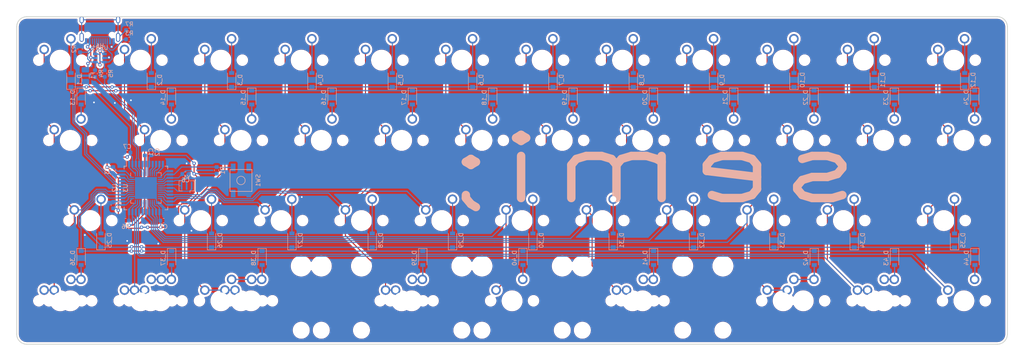
<source format=kicad_pcb>
(kicad_pcb (version 20221018) (generator pcbnew)
  (layers (0 "F.Cu" signal) (31 "B.Cu" signal) (34 "B.Paste" user) (35 "F.Paste" user) (36 "B.SilkS" user "B.Silkscreen") (37 "F.SilkS" user "F.Silkscreen") (38 "B.Mask" user) (39 "F.Mask" user) (44 "Edge.Cuts" user))
  (net 0 "")
  (net 1 "GND")
  (net 2 "col0")
  (net 3 "col1")
  (net 4 "col2")
  (net 5 "col3")
  (net 6 "col4")
  (net 7 "col5")
  (net 8 "col6")
  (net 9 "col7")
  (net 10 "col8")
  (net 11 "col9")
  (net 12 "col10")
  (net 13 "col11")
  (net 14 "row0")
  (net 15 "row1")
  (net 16 "row2")
  (net 17 "row3")
  (net 18 "Net-(D_1-Pad2)")
  (net 19 "Net-(D_2-Pad2)")
  (net 20 "Net-(D_3-Pad2)")
  (net 21 "Net-(D_4-Pad2)")
  (net 22 "Net-(D_5-Pad2)")
  (net 23 "Net-(D_6-Pad2)")
  (net 24 "Net-(D_7-Pad2)")
  (net 25 "Net-(D_8-Pad2)")
  (net 26 "Net-(D_9-Pad2)")
  (net 27 "Net-(D_10-Pad2)")
  (net 28 "Net-(D_11-Pad2)")
  (net 29 "Net-(D_12-Pad2)")
  (net 30 "Net-(D_13-Pad2)")
  (net 31 "Net-(D_14-Pad2)")
  (net 32 "Net-(D_15-Pad2)")
  (net 33 "Net-(D_16-Pad2)")
  (net 34 "Net-(D_17-Pad2)")
  (net 35 "Net-(D_18-Pad2)")
  (net 36 "Net-(D_19-Pad2)")
  (net 37 "Net-(D_20-Pad2)")
  (net 38 "Net-(D_21-Pad2)")
  (net 39 "Net-(D_22-Pad2)")
  (net 40 "Net-(D_23-Pad2)")
  (net 41 "Net-(D_24-Pad2)")
  (net 42 "Net-(D_25-Pad2)")
  (net 43 "Net-(D_26-Pad2)")
  (net 44 "Net-(D_27-Pad2)")
  (net 45 "Net-(D_28-Pad2)")
  (net 46 "Net-(D_29-Pad2)")
  (net 47 "Net-(D_30-Pad2)")
  (net 48 "Net-(D_31-Pad2)")
  (net 49 "Net-(D_32-Pad2)")
  (net 50 "Net-(D_33-Pad2)")
  (net 51 "Net-(D_34-Pad2)")
  (net 52 "Net-(D_35-Pad2)")
  (net 53 "Net-(D_36-Pad2)")
  (net 54 "Net-(D_37-Pad2)")
  (net 55 "Net-(D_38-Pad2)")
  (net 56 "Net-(D_39-Pad2)")
  (net 57 "Net-(D_40-Pad2)")
  (net 58 "Net-(D_41-Pad2)")
  (net 59 "Net-(D_42-Pad2)")
  (net 60 "Net-(D_44-Pad2)")
  (net 61 "Net-(D_43-Pad2)")
  (net 62 "Net-(C1-Pad1)")
  (net 63 "+5V")
  (net 64 "VBUS")
  (net 65 "Net-(R1-Pad2)")
  (net 66 "Net-(R2-Pad2)")
  (net 67 "Net-(R3-Pad2)")
  (net 68 "DBUS-")
  (net 69 "D-")
  (net 70 "DBUS+")
  (net 71 "D+")
  (net 72 "Net-(U2-Pad42)")
  (net 73 "Net-(U2-Pad41)")
  (net 74 "Net-(U2-Pad29)")
  (net 75 "Net-(U2-Pad18)")
  (net 76 "Net-(U2-Pad17)")
  (net 77 "Net-(U2-Pad16)")
  (net 78 "Net-(U2-Pad12)")
  (net 79 "Net-(U2-Pad11)")
  (net 80 "Net-(U2-Pad10)")
  (net 81 "Net-(U2-Pad9)")
  (net 82 "Net-(U2-Pad8)")
  (net 83 "Net-(U2-Pad1)")
  (net 86 "Earth")
  (net 87 "Net-(R6-Pad2)")
  (footprint "MX_Only:MXOnly-1U-NoLED" (layer "F.Cu") (at 52.3875 66.675)
    (fp_text reference "K_42")
    (fp_text value "KEYSW")
  )
  (footprint "MX_Only:MXOnly-1U-NoLED" (layer "F.Cu") (at 109.5375 28.575)
    (fp_text reference "K_18")
    (fp_text value "KEYSW")
  )
  (footprint "MX_Only:MXOnly-1.5U-NoLED" (layer "F.Cu") (at 219.075 47.625)
    (fp_text reference "K_35")
    (fp_text value "KEYSW")
  )
  (footprint "MX_Only:MXOnly-1U-NoLED" (layer "F.Cu") (at 47.625 66.675)
    (fp_text reference "K_41")
    (fp_text value "KEYSW")
  )
  (footprint "MX_Only:MXOnly-2.75U-ReversedStabilizers-NoLED" (layer "F.Cu") (at 92.86875 66.675)
    (fp_text reference "K_45")
    (fp_text value "KEYSW")
  )
  (footprint "MX_Only:MXOnly-1U-NoLED" (layer "F.Cu") (at 80.9625 47.625)
    (fp_text reference "K_28")
    (fp_text value "KEYSW")
  )
  (footprint "MX_Only:MXOnly-2.75U-ReversedStabilizers-NoLED" (layer "F.Cu") (at 145.25625 66.675)
    (fp_text reference "K_47")
    (fp_text value "KEYSW")
  )
  (footprint "MX_Only:MXOnly-1U-NoLED" (layer "F.Cu") (at 42.8625 47.625)
    (fp_text reference "K_26")
    (fp_text value "KEYSW")
  )
  (footprint "MX_Only:MXOnly-1U-NoLED" (layer "F.Cu") (at 33.3375 28.575)
    (fp_text reference "K_14")
    (fp_text value "KEYSW")
  )
  (footprint "MX_Only:MXOnly-1U-NoLED" (layer "F.Cu") (at 185.7375 66.675)
    (fp_text reference "K_50")
    (fp_text value "KEYSW")
  )
  (footprint "MX_Only:MXOnly-1U-NoLED" (layer "F.Cu") (at 157.1625 47.625)
    (fp_text reference "K_32")
    (fp_text value "KEYSW")
  )
  (footprint "MX_Only:MXOnly-1U-NoLED" (layer "F.Cu") (at 200.025 9.525)
    (fp_text reference "K_11")
    (fp_text value "KEYSW")
  )
  (footprint "MX_Only:MXOnly-1.25U-NoLED" (layer "F.Cu") (at 11.90625 28.575)
    (fp_text reference "K_13")
    (fp_text value "KEYSW")
  )
  (footprint "MX_Only:MXOnly-1U-NoLED" (layer "F.Cu") (at 185.7375 28.575)
    (fp_text reference "K_22")
    (fp_text value "KEYSW")
  )
  (footprint "MX_Only:MXOnly-1U-NoLED" (layer "F.Cu") (at 223.8375 66.675)
    (fp_text reference "K_53")
    (fp_text value "KEYSW")
  )
  (footprint "MX_Only:MXOnly-1U-NoLED" (layer "F.Cu") (at 204.7875 66.675)
    (fp_text reference "K_52")
    (fp_text value "KEYSW")
  )
  (footprint "MX_Only:MXOnly-1.25U-NoLED" (layer "F.Cu") (at 11.90625 66.675)
    (fp_text reference "K_37")
    (fp_text value "KEYSW")
  )
  (footprint "MX_Only:MXOnly-1U-NoLED" (layer "F.Cu") (at 223.8375 28.575)
    (fp_text reference "K_24")
    (fp_text value "KEYSW")
  )
  (footprint "MX_Only:MXOnly-1U-NoLED" (layer "F.Cu") (at 9.525 9.525)
    (fp_text reference "K_1")
    (fp_text value "KEYSW")
  )
  (footprint "MX_Only:MXOnly-3U-ReversedStabilizers-NoLED" (layer "F.Cu") (at 147.6375 66.675)
    (fp_text reference "K_48")
    (fp_text value "KEYSW")
  )
  (footprint "MX_Only:MXOnly-1U-NoLED" (layer "F.Cu") (at 47.625 9.525)
    (fp_text reference "K_3")
    (fp_text value "KEYSW")
  )
  (footprint "MX_Only:MXOnly-1U-NoLED" (layer "F.Cu") (at 66.675 9.525)
    (fp_text reference "K_4")
    (fp_text value "KEYSW")
  )
  (footprint "MX_Only:MXOnly-1U-NoLED" (layer "F.Cu") (at 28.575 9.525)
    (fp_text reference "K_2")
    (fp_text value "KEYSW")
  )
  (footprint "MX_Only:MXOnly-1U-NoLED" (layer "F.Cu") (at 90.4875 28.575)
    (fp_text reference "K_17")
    (fp_text value "KEYSW")
  )
  (footprint "MX_Only:MXOnly-1U-NoLED" (layer "F.Cu") (at 33.3375 66.675)
    (fp_text reference "K_40")
    (fp_text value "KEYSW")
  )
  (footprint "MX_Only:MXOnly-1U-NoLED" (layer "F.Cu") (at 128.5875 28.575)
    (fp_text reference "K_19")
    (fp_text value "KEYSW")
  )
  (footprint "MX_Only:MXOnly-1.25U-NoLED" (layer "F.Cu") (at 54.76875 66.675)
    (fp_text reference "K_43")
    (fp_text value "KEYSW")
  )
  (footprint "MX_Only:MXOnly-3U-ReversedStabilizers-NoLED" (layer "F.Cu") (at 90.4875 66.675)
    (fp_text reference "K_44")
    (fp_text value "KEYSW")
  )
  (footprint "MX_Only:MXOnly-1U-NoLED" (layer "F.Cu") (at 28.575 66.675)
    (fp_text reference "K_38")
    (fp_text value "KEYSW")
  )
  (footprint "MX_Only:MXOnly-1U-NoLED" (layer "F.Cu") (at 9.525 66.675)
    (fp_text reference "K_36")
    (fp_text value "KEYSW")
  )
  (footprint "MX_Only:MXOnly-1.25U-NoLED" (layer "F.Cu") (at 30.95625 66.675)
    (fp_text reference "K_39")
    (fp_text value "KEYSW")
  )
  (footprint "MX_Only:MXOnly-1.25U-NoLED" (layer "F.Cu") (at 221.45625 9.525)
    (fp_text reference "K_12")
    (fp_text value "KEYSW")
  )
  (footprint "MX_Only:MXOnly-1U-NoLED" (layer "F.Cu") (at 180.975 66.675)
    (fp_text reference "K_49")
    (fp_text value "KEYSW")
  )
  (footprint "MX_Only:MXOnly-1U-NoLED" (layer "F.Cu") (at 104.775 9.525)
    (fp_text reference "K_6")
    (fp_text value "KEYSW")
  )
  (footprint "MX_Only:MXOnly-1U-NoLED" (layer "F.Cu") (at 119.0625 47.625)
    (fp_text reference "K_30")
    (fp_text value "KEYSW")
  )
  (footprint "MX_Only:MXOnly-1U-NoLED" (layer "F.Cu") (at 71.4375 28.575)
    (fp_text reference "K_16")
    (fp_text value "KEYSW")
  )
  (footprint "MX_Only:MXOnly-1U-NoLED" (layer "F.Cu") (at 123.825 9.525)
    (fp_text reference "K_7")
    (fp_text value "KEYSW")
  )
  (footprint "MX_Only:MXOnly-1U-NoLED" (layer "F.Cu") (at 52.3875 28.575)
    (fp_text reference "K_15")
    (fp_text value "KEYSW")
  )
  (footprint "MX_Only:MXOnly-1U-NoLED" (layer "F.Cu") (at 100.0125 47.625)
    (fp_text reference "K_29")
    (fp_text value "KEYSW")
  )
  (footprint "MX_Only:MXOnly-1U-NoLED" (layer "F.Cu") (at 61.9125 47.625)
    (fp_text reference "K_27")
    (fp_text value "KEYSW")
  )
  (footprint "MX_Only:MXOnly-1U-NoLED" (layer "F.Cu") (at 204.7875 28.575)
    (fp_text reference "K_23")
    (fp_text value "KEYSW")
  )
  (footprint "MX_Only:MXOnly-1U-NoLED" (layer "F.Cu") (at 161.925 9.525)
    (fp_text reference "K_9")
    (fp_text value "KEYSW")
  )
  (footprint "MX_Only:MXOnly-1U-NoLED" (layer "F.Cu") (at 142.875 9.525)
    (fp_text reference "K_8")
    (fp_text value "KEYSW")
  )
  (footprint "MX_Only:MXOnly-1.75U-NoLED" (layer "F.Cu") (at 16.66875 47.625)
    (fp_text reference "K_25")
    (fp_text value "KEYSW")
  )
  (footprint "MX_Only:MXOnly-1U-NoLED" (layer "F.Cu") (at 180.975 9.525)
    (fp_text reference "K_10")
    (fp_text value "KEYSW")
  )
  (footprint "MX_Only:MXOnly-1U-NoLED" (layer "F.Cu") (at 195.2625 47.625)
    (fp_text reference "K_34")
    (fp_text value "KEYSW")
  )
  (footprint "MX_Only:MXOnly-1U-NoLED" (layer "F.Cu") (at 176.2125 47.625)
    (fp_text reference "K_33")
    (fp_text value "KEYSW")
  )
  (footprint "MX_Only:MXOnly-1U-NoLED" (layer "F.Cu") (at 85.725 9.525)
    (fp_text reference "K_5")
    (fp_text value "KEYSW")
  )
  (footprint "MX_Only:MXOnly-1.25U-NoLED" (layer "F.Cu") (at 202.40625 66.675)
    (fp_text reference "K_51")
    (fp_text value "KEYSW")
  )
  (footprint "MX_Only:MXOnly-1U-NoLED" (layer "F.Cu") (at 166.6875 28.575)
    (fp_text reference "K_21")
    (fp_text value "KEYSW")
  )
  (footprint "MX_Only:MXOnly-1U-NoLED" (layer "F.Cu") (at 147.6375 28.575)
    (fp_text reference "K_20")
    (fp_text value "KEYSW")
  )
  (footprint "MX_Only:MXOnly-1U-NoLED" (layer "F.Cu") (at 138.1125 47.625)
    (fp_text reference "K_31")
    (fp_text value "KEYSW")
  )
  (footprint "MX_Only:MXOnly-6.25U-ReversedStabilizers-NoLED" (layer "F.Cu") (at 116.68125 66.675)
    (fp_text reference "K_46")
    (fp_text value "KEYSW")
  )
  (footprint "Capacitor_SMD:C_0603_1608Metric" (layer "B.Cu") (at 29.591 31.369 90)
    (fp_text reference "C1")
    (fp_text value "1uF")
  )
  (footprint "Capacitor_SMD:C_0603_1608Metric" (layer "B.Cu") (at 31.115 31.369 90)
    (fp_text reference "C2")
    (fp_text value "0.1uF")
  )
  (footprint "Capacitor_SMD:C_0603_1608Metric" (layer "B.Cu") (at 22.098 35.687 -90)
    (fp_text reference "C3")
    (fp_text value "0.1uF")
  )
  (footprint "Capacitor_SMD:C_0603_1608Metric" (layer "B.Cu") (at 22.098 43.942 90)
    (fp_text reference "C4")
    (fp_text value "0.1uF")
  )
  (footprint "Capacitor_SMD:C_0603_1608Metric" (layer "B.Cu") (at 34.036 47.625)
    (fp_text reference "C5")
    (fp_text value "0.1uF")
  )
  (footprint "Capacitor_SMD:C_0603_1608Metric" (layer "B.Cu") (at 39.243 36.576)
    (fp_text reference "C6")
    (fp_text value "0.1uF")
  )
  (footprint "Capacitor_SMD:C_0603_1608Metric" (layer "B.Cu") (at 25.4 31.496 180)
    (fp_text reference "C7")
    (fp_text value "10uF")
  )
  (footprint "Fuse:Fuse_1206_3216Metric" (layer "B.Cu") (at 15.494 13.211 90)
    (fp_text reference "F1")
    (fp_text value "500mA")
  )
  (footprint "Resistor_SMD:R_0603_1608Metric" (layer "B.Cu") (at 46.609 35.687 90)
    (fp_text reference "R1")
    (fp_text value "10k")
  )
  (footprint "Resistor_SMD:R_0603_1608Metric" (layer "B.Cu") (at 14.224 6.858 -90)
    (fp_text reference "R2")
    (fp_text value "5.1k")
  )
  (footprint "Resistor_SMD:R_0603_1608Metric" (layer "B.Cu") (at 17.78 12.7 90)
    (fp_text reference "R4")
    (fp_text value "22")
  )
  (footprint "Resistor_SMD:R_0603_1608Metric" (layer "B.Cu") (at 20.066 12.7 90)
    (fp_text reference "R5")
    (fp_text value "22")
  )
  (footprint "Resistor_SMD:R_0603_1608Metric" (layer "B.Cu") (at 25.019 47.625)
    (fp_text reference "R6")
    (fp_text value "10k")
  )
  (footprint "random-keyboard-parts:SKQG-1155865" (layer "B.Cu") (at 52.3842 38.0976 -90)
    (fp_text reference "SW1")
    (fp_text value "SW_Push")
  )
  (footprint "Package_TO_SOT_SMD:SOT-23-6" (layer "B.Cu") (at 18.923 9.017 180)
    (fp_text reference "U1")
    (fp_text value "SRV05-4")
  )
  (footprint "Package_QFP:TQFP-44_10x10mm_P0.8mm" (layer "B.Cu") (at 29.845 39.878 -90)
    (fp_text reference "U2")
    (fp_text value "ATmega32U4-AU")
  )
  (footprint "Type-C:HRO-TYPE-C-31-M-12-Assembly" (layer "B.Cu") (at 18.923 -2.667)
    (fp_text reference "USB1")
    (fp_text value "HRO-TYPE-C-31-M-12")
  )
  (footprint "Crystal:Resonator_SMD_muRata_CSTxExxV-3Pin_3.0x1.1mm" (layer "B.Cu") (at 39.497 39.37 180)
    (fp_text reference "Y1")
    (fp_text value "Resonator_Small")
  )
  (footprint "Resistor_SMD:R_0603_1608Metric" (layer "B.Cu") (at 25.908 4.572 180)
    (fp_text reference "R3")
    (fp_text value "5.1k")
  )
  (footprint "Resistor_SMD:R_0603_1608Metric" (layer "B.Cu") (at 25.908 2.413 180)
    (fp_text reference "R7")
    (fp_text value "1M")
  )
  (footprint "Diode_SMD:D_SOD-123" (layer "B.Cu") (at 19.177 52.316 90)
    (fp_text reference "D_25")
    (fp_text value "D")
  )
  (footprint "Diode_SMD:D_SOD-123" (layer "B.Cu") (at 178.7685 52.316 90)
    (fp_text reference "D_33")
    (fp_text value "D")
  )
  (footprint "Diode_SMD:D_SOD-123" (layer "B.Cu") (at 35.941 56.515 -90)
    (fp_text reference "D_37")
    (fp_text value "D")
  )
  (footprint "Diode_SMD:D_SOD-123" (layer "B.Cu") (at 150.1935 18.407 -90)
    (fp_text reference "D_20")
    (fp_text value "D")
  )
  (footprint "Diode_SMD:D_SOD-123" (layer "B.Cu") (at 54.9435 18.407 -90)
    (fp_text reference "D_15")
    (fp_text value "D")
  )
  (footprint "Diode_SMD:D_SOD-123" (layer "B.Cu") (at 102.5685 52.316 90)
    (fp_text reference "D_29")
    (fp_text value "D")
  )
  (footprint "Diode_SMD:D_SOD-123" (layer "B.Cu") (at 88.281 14.216 90)
    (fp_text reference "D_5")
    (fp_text value "D")
  )
  (footprint "Diode_SMD:D_SOD-123" (layer "B.Cu") (at 188.2935 18.407 -90)
    (fp_text reference "D_22")
    (fp_text value "D")
  )
  (footprint "Diode_SMD:D_SOD-123" (layer "B.Cu") (at 226.3935 18.407 -90)
    (fp_text reference "D_24")
    (fp_text value "D")
  )
  (footprint "Diode_SMD:D_SOD-123" (layer "B.Cu") (at 31.131 14.216 90)
    (fp_text reference "D_2")
    (fp_text value "D")
  )
  (footprint "Diode_SMD:D_SOD-123" (layer "B.Cu") (at 145.431 14.216 90)
    (fp_text reference "D_8")
    (fp_text value "D")
  )
  (footprint "Diode_SMD:D_SOD-123" (layer "B.Cu") (at 188.341 56.515 -90)
    (fp_text reference "D_42")
    (fp_text value "D")
  )
  (footprint "Diode_SMD:D_SOD-123" (layer "B.Cu") (at 169.2435 18.407 -90)
    (fp_text reference "D_21")
    (fp_text value "D")
  )
  (footprint "Diode_SMD:D_SOD-123" (layer "B.Cu") (at 95.504 56.515 -90)
    (fp_text reference "D_39")
    (fp_text value "D")
  )
  (footprint "Diode_SMD:D_SOD-123" (layer "B.Cu") (at 224.028 14.224 90)
    (fp_text reference "D_12")
    (fp_text value "D")
  )
  (footprint "Diode_SMD:D_SOD-123" (layer "B.Cu") (at 112.0935 18.407 -90)
    (fp_text reference "D_18")
    (fp_text value "D")
  )
  (footprint "Diode_SMD:D_SOD-123" (layer "B.Cu") (at 83.5185 52.316 90)
    (fp_text reference "D_28")
    (fp_text value "D")
  )
  (footprint "Diode_SMD:D_SOD-123" (layer "B.Cu") (at 131.1435 18.407 -90)
    (fp_text reference "D_19")
    (fp_text value "D")
  )
  (footprint "Diode_SMD:D_SOD-123" (layer "B.Cu") (at 126.381 14.216 90)
    (fp_text reference "D_7")
    (fp_text value "D")
  )
  (footprint "Diode_SMD:D_SOD-123" (layer "B.Cu") (at 119.253 56.515 -90)
    (fp_text reference "D_40")
    (fp_text value "D")
  )
  (footprint "Diode_SMD:D_SOD-123" (layer "B.Cu") (at 150.241 56.515 -90)
    (fp_text reference "D_41")
    (fp_text value "D")
  )
  (footprint "Diode_SMD:D_SOD-123" (layer "B.Cu") (at 14.478 56.515 -90)
    (fp_text reference "D_36")
    (fp_text value "D")
  )
  (footprint "Diode_SMD:D_SOD-123" (layer "B.Cu") (at 73.9935 18.407 -90)
    (fp_text reference "D_16")
    (fp_text value "D")
  )
  (footprint "Diode_SMD:D_SOD-123" (layer "B.Cu") (at 207.3435 18.407 -90)
    (fp_text reference "D_23")
    (fp_text value "D")
  )
  (footprint "Diode_SMD:D_SOD-123" (layer "B.Cu") (at 50.181 14.216 90)
    (fp_text reference "D_3")
    (fp_text value "D")
  )
  (footprint "Diode_SMD:D_SOD-123" (layer "B.Cu") (at 159.7185 52.316 90)
    (fp_text reference "D_32")
    (fp_text value "D")
  )
  (footprint "Diode_SMD:D_SOD-123" (layer "B.Cu") (at 221.615 52.324 90)
    (fp_text reference "D_35")
    (fp_text value "D")
  )
  (footprint "Diode_SMD:D_SOD-123" (layer "B.Cu") (at 57.404 56.515 -90)
    (fp_text reference "D_38")
    (fp_text value "D")
  )
  (footprint "Diode_SMD:D_SOD-123" (layer "B.Cu") (at 197.8185 52.316 90)
    (fp_text reference "D_34")
    (fp_text value "D")
  )
  (footprint "Diode_SMD:D_SOD-123" (layer "B.Cu") (at 45.4185 52.316 90)
    (fp_text reference "D_26")
    (fp_text value "D")
  )
  (footprint "Diode_SMD:D_SOD-123" (layer "B.Cu") (at 207.391 56.515 -90)
    (fp_text reference "D_43")
    (fp_text value "D")
  )
  (footprint "Package_DFN_QFN:QFN-44-1EP_7x7mm_P0.5mm_EP5.2x5.2mm" (layer "B.Cu") (at 29.845 39.878 -90)
    (fp_text reference "U3")
    (fp_text value "ATmega32U4-M")
  )
  (footprint "Diode_SMD:D_SOD-123" (layer "B.Cu") (at 14.478 18.415 -90)
    (fp_text reference "D_13")
    (fp_text value "D")
  )
  (footprint "Diode_SMD:D_SOD-123" (layer "B.Cu") (at 226.441 56.507 -90)
    (fp_text reference "D_44")
    (fp_text value "D")
  )
  (footprint "Diode_SMD:D_SOD-123" (layer "B.Cu") (at 164.481 14.216 90)
    (fp_text reference "D_9")
    (fp_text value "D")
  )
  (footprint "Diode_SMD:D_SOD-123" (layer "B.Cu") (at 107.331 14.216 90)
    (fp_text reference "D_6")
    (fp_text value "D")
  )
  (footprint "Diode_SMD:D_SOD-123" (layer "B.Cu") (at 183.531 14.216 90)
    (fp_text reference "D_10")
    (fp_text value "D")
  )
  (footprint "Diode_SMD:D_SOD-123" (layer "B.Cu") (at 35.8935 18.407 -90)
    (fp_text reference "D_14")
    (fp_text value "D")
  )
  (footprint "Diode_SMD:D_SOD-123" (layer "B.Cu") (at 140.6685 52.316 90)
    (fp_text reference "D_31")
    (fp_text value "D")
  )
  (footprint "Diode_SMD:D_SOD-123" (layer "B.Cu") (at 12.081 14.216 90)
    (fp_text reference "D_1")
    (fp_text value "D")
  )
  (footprint "Diode_SMD:D_SOD-123" (layer "B.Cu") (at 93.0435 18.407 -90)
    (fp_text reference "D_17")
    (fp_text value "D")
  )
  (footprint "Diode_SMD:D_SOD-123" (layer "B.Cu") (at 69.231 14.216 90)
    (fp_text reference "D_4")
    (fp_text value "D")
  )
  (footprint "Diode_SMD:D_SOD-123" (layer "B.Cu") (at 64.4685 52.316 90)
    (fp_text reference "D_27")
    (fp_text value "D")
  )
  (footprint "Diode_SMD:D_SOD-123" (layer "B.Cu") (at 121.6185 52.316 90)
    (fp_text reference "D_30")
    (fp_text value "D")
  )
  (footprint "Diode_SMD:D_SOD-123" (layer "B.Cu") (at 202.581 14.216 90)
    (fp_text reference "D_11")
    (fp_text value "D")
  )
  (gr_arc (start 231.7604 -0.7937) (mid 233.444092 -0.096292) (end 234.1415 1.5874) (stroke (width 0.2)) (layer "Edge.Cuts"))
  (gr_line (start -0.7937 74.6078) (end -0.7937 1.5874) (stroke (width 0.2)) (layer "Edge.Cuts"))
  (gr_arc (start 234.1415 74.6078) (mid 233.444092 76.291492) (end 231.7604 76.9889) (stroke (width 0.2)) (layer "Edge.Cuts"))
  (gr_line (start 234.1415 1.5874) (end 234.1415 74.6078) (stroke (width 0.2)) (layer "Edge.Cuts"))
  (gr_arc (start -0.7937 1.5874) (mid -0.096292 -0.096292) (end 1.5874 -0.7937) (stroke (width 0.2)) (layer "Edge.Cuts"))
  (gr_line (start 231.7604 76.9889) (end 1.5874 76.9889) (stroke (width 0.2)) (layer "Edge.Cuts"))
  (gr_line (start 1.5874 -0.7937) (end 231.7604 -0.7937) (stroke (width 0.2)) (layer "Edge.Cuts"))
  (gr_arc (start 1.5874 76.9889) (mid -0.096292 76.291492) (end -0.7937 74.6078) (stroke (width 0.2)) (layer "Edge.Cuts"))
  (gr_text "semi;" (at 150.368 35.433) (layer "B.SilkS") (effects (font (size 15 25) (thickness 2)) (justify mirror)))
  (segment (start 21.082 6.98648) (end 21.082 8.89) (width 0.25) (layer "F.Cu") (net 1))
  (segment (start 21.717101 6.351379) (end 21.082 6.98648) (width 0.25) (layer "F.Cu") (net 1))
  (via (at 21.717101 6.351379) (size 0.8) (drill 0.4) (layers "F.Cu" "B.Cu") (net 1))
  (via (at 66.802 42.037) (size 0.8) (drill 0.4) (layers "F.Cu" "B.Cu") (net 1))
  (via (at 21.082 8.89) (size 0.8) (drill 0.4) (layers "F.Cu" "B.Cu") (net 1))
  (via (at 22.479 19.685) (size 0.8) (drill 0.4) (layers "F.Cu" "B.Cu") (net 1))
  (via (at 25.4 52.451) (size 0.8) (drill 0.4) (layers "F.Cu" "B.Cu") (net 1))
  (via (at 26.289 19.05) (size 0.8) (drill 0.4) (layers "F.Cu" "B.Cu") (net 1))
  (via (at 40.64 50.038) (size 0.8) (drill 0.4) (layers "F.Cu" "B.Cu") (net 1))
  (via (at 39.497 34.036) (size 0.8) (drill 0.4) (layers "F.Cu" "B.Cu") (net 1))
  (via (at 17.526 19.558) (size 0.8) (drill 0.4) (layers "F.Cu" "B.Cu") (net 1))
  (via (at 32.766 53.086) (size 0.8) (drill 0.4) (layers "F.Cu" "B.Cu") (net 1))
  (via (at 47.498 43.561) (size 0.8) (drill 0.4) (layers "F.Cu" "B.Cu") (net 1))
  (via (at 15.367 51.054) (size 0.8) (drill 0.4) (layers "F.Cu" "B.Cu") (net 1))
  (segment (start 33.845 45.578) (end 33.845 46.6465) (width 0.25) (layer "B.Cu") (net 1))
  (segment (start 22.3015 36.678) (end 24.145 36.678) (width 0.25) (layer "B.Cu") (net 1))
  (segment (start 36.728001 38.094999) (end 36.545 38.278) (width 0.25) (layer "B.Cu") (net 1))
  (segment (start 32.345 43.2155) (end 32.345 42.626008) (width 0.25) (layer "B.Cu") (net 1))
  (segment (start 39.497 39.37) (end 39.497 38.62) (width 0.25) (layer "B.Cu") (net 1))
  (segment (start 25.921992 41.878) (end 26.5075 41.878) (width 0.25) (layer "B.Cu") (net 1))
  (segment (start 29.045 35.357233) (end 29.345 35.657233) (width 0.25) (layer "B.Cu") (net 1))
  (segment (start 26.6955 4.572) (end 26.6955 2.413) (width 0.25) (layer "B.Cu") (net 1))
  (segment (start 30.845 38.878) (end 29.845 39.878) (width 0.25) (layer "B.Cu") (net 1))
  (segment (start 31.115 30.5815) (end 29.591 30.5815) (width 0.25) (layer "B.Cu") (net 1))
  (segment (start 33.845 44.7155) (end 33.845 45.578) (width 0.25) (layer "B.Cu") (net 1))
  (segment (start 33.845 46.6465) (end 34.8235 47.625) (width 0.25) (layer "B.Cu") (net 1))
  (segment (start 29.345 36.5405) (end 29.345 39.378) (width 0.25) (layer "B.Cu") (net 1))
  (segment (start 29.345 35.657233) (end 29.345 36.5405) (width 0.25) (layer "B.Cu") (net 1))
  (segment (start 39.497 38.62) (end 38.971999 38.094999) (width 0.25) (layer "B.Cu") (net 1))
  (segment (start 27.845 37.878) (end 29.845 39.878) (width 0.25) (layer "B.Cu") (net 1))
  (segment (start 29.345 39.378) (end 29.845 39.878) (width 0.25) (layer "B.Cu") (net 1))
  (segment (start 14.6555 6.0705) (end 14.224 6.0705) (width 0.25) (layer "B.Cu") (net 1))
  (segment (start 32.345 42.626008) (end 29.845 40.126008) (width 0.25) (layer "B.Cu") (net 1))
  (segment (start 22.098 43.1545) (end 24.0685 43.1545) (width 0.25) (layer "B.Cu") (net 1))
  (segment (start 29.845 40.126008) (end 29.845 39.878) (width 0.25) (layer "B.Cu") (net 1))
  (segment (start 38.971999 38.094999) (end 36.728001 38.094999) (width 0.25) (layer "B.Cu") (net 1))
  (segment (start 25.888 37.878) (end 25.5 37.49) (width 0.25) (layer "B.Cu") (net 1))
  (segment (start 33.1825 38.878) (end 34.044792 38.878) (width 0.25) (layer "B.Cu") (net 1))
  (segment (start 25.145 43.078) (end 25.645 42.578) (width 0.25) (layer "B.Cu") (net 1))
  (segment (start 22.098 36.4745) (end 22.3015 36.678) (width 0.25) (layer "B.Cu") (net 1))
  (segment (start 25.5 37.49) (end 25.5 37.19) (width 0.25) (layer "B.Cu") (net 1))
  (segment (start 22.148 5.028) (end 22.148 5.92048) (width 0.25) (layer "B.Cu") (net 1))
  (segment (start 26.5075 37.878) (end 27.845 37.878) (width 0.25) (layer "B.Cu") (net 1))
  (segment (start 29.045 34.178) (end 29.045 35.357233) (width 0.25) (layer "B.Cu") (net 1))
  (segment (start 15.698 5.028) (end 14.6555 6.0705) (width 0.25) (layer "B.Cu") (net 1))
  (segment (start 26.5075 41.878) (end 27.845 41.878) (width 0.25) (layer "B.Cu") (net 1))
  (segment (start 24.145 43.078) (end 25.145 43.078) (width 0.25) (layer "B.Cu") (net 1))
  (segment (start 24.0685 43.1545) (end 24.145 43.078) (width 0.25) (layer "B.Cu") (net 1))
  (segment (start 27.845 41.878) (end 29.845 39.878) (width 0.25) (layer "B.Cu") (net 1))
  (segment (start 20.023 9.017) (end 20.955 9.017) (width 0.25) (layer "B.Cu") (net 1))
  (segment (start 33.1825 38.878) (end 30.845 38.878) (width 0.25) (layer "B.Cu") (net 1))
  (segment (start 22.148 5.453) (end 22.18301 5.48801) (width 0.25) (layer "B.Cu") (net 1))
  (segment (start 34.644792 38.278) (end 35.545 38.278) (width 0.25) (layer "B.Cu") (net 1))
  (segment (start 25.645 42.578) (end 25.645 42.154992) (width 0.25) (layer "B.Cu") (net 1))
  (segment (start 34.044792 38.878) (end 34.644792 38.278) (width 0.25) (layer "B.Cu") (net 1))
  (segment (start 25.5 37.19) (end 24.988 36.678) (width 0.25) (layer "B.Cu") (net 1))
  (segment (start 20.955 9.017) (end 21.082 8.89) (width 0.25) (layer "B.Cu") (net 1))
  (segment (start 22.148 5.92048) (end 21.717101 6.351379) (width 0.25) (layer "B.Cu") (net 1))
  (segment (start 32.345 43.2155) (end 33.845 44.7155) (width 0.25) (layer "B.Cu") (net 1))
  (segment (start 25.645 42.154992) (end 25.921992 41.878) (width 0.25) (layer "B.Cu") (net 1))
  (segment (start 22.148 5.028) (end 22.148 5.453) (width 0.25) (layer "B.Cu") (net 1))
  (segment (start 26.5075 37.878) (end 25.888 37.878) (width 0.25) (layer "B.Cu") (net 1))
  (segment (start 36.545 38.278) (end 35.545 38.278) (width 0.25) (layer "B.Cu") (net 1))
  (segment (start 24.988 36.678) (end 24.145 36.678) (width 0.25) (layer "B.Cu") (net 1))
  (segment (start 8.09625 40.3225) (end 12.85875 45.085) (width 0.25) (layer "F.Cu") (net 2))
  (segment (start 8.09625 62.54401) (end 8.09625 64.135) (width 0.25) (layer "F.Cu") (net 2))
  (segment (start 12.85875 48.131002) (end 8.09625 52.893502) (width 0.25) (layer "F.Cu") (net 2))
  (segment (start 5.715 6.985) (end 5.715 23.65375) (width 0.25) (layer "F.Cu") (net 2))
  (segment (start 5.715 23.65375) (end 8.09625 26.035) (width 0.25) (layer "F.Cu") (net 2))
  (segment (start 8.09625 26.035) (end 8.09625 40.3225) (width 0.25) (layer "F.Cu") (net 2))
  (segment (start 8.09625 52.893502) (end 8.09625 62.54401) (width 0.25) (layer "F.Cu") (net 2))
  (segment (start 12.85875 45.085) (end 12.85875 48.131002) (width 0.25) (layer "F.Cu") (net 2))
  (segment (start 20.74182 40.678) (end 20.258798 40.19498) (width 0.25) (layer "B.Cu") (net 2))
  (segment (start 20.258798 40.19498) (end 18.139947 40.194981) (width 0.25) (layer "B.Cu") (net 2))
  (segment (start 16.858729 41.476199) (end 16.858729 42.730227) (width 0.25) (layer "B.Cu") (net 2))
  (segment (start 5.715 64.135) (end 8.09625 64.135) (width 0.25) (layer "B.Cu") (net 2))
  (segment (start 25.122 40.678) (end 24.145 40.678) (width 0.25) (layer "B.Cu") (net 2))
  (segment (start 14.503956 45.085) (end 12.85875 45.085) (width 0.25) (layer "B.Cu") (net 2))
  (segment (start 18.139947 40.194981) (end 16.858729 41.476199) (width 0.25) (layer "B.Cu") (net 2))
  (segment (start 25.422 40.378) (end 25.122 40.678) (width 0.25) (layer "B.Cu") (net 2))
  (segment (start 26.5075 40.378) (end 25.422 40.378) (width 0.25) (layer "B.Cu") (net 2))
  (segment (start 24.145 40.678) (end 20.74182 40.678) (width 0.25) (layer "B.Cu") (net 2))
  (segment (start 16.858729 42.730227) (end 14.503956 45.085) (width 0.25) (layer "B.Cu") (net 2))
  (segment (start 26.78 48.73) (end 25.89 48.73) (width 0.25) (layer "F.Cu") (net 3))
  (segment (start 24.765 6.985) (end 24.765 21.2725) (width 0.25) (layer "F.Cu") (net 3))
  (segment (start 29.5275 26.035) (end 29.5275 45.9825) (width 0.25) (layer "F.Cu") (net 3))
  (segment (start 29.5275 45.9825) (end 26.78 48.73) (width 0.25) (layer "F.Cu") (net 3))
  (segment (start 24.765 21.2725) (end 29.5275 26.035) (width 0.25) (layer "F.Cu") (net 3))
  (via (at 25.89 48.73) (size 0.8) (drill 0.4) (layers "F.Cu" "B.Cu") (net 3))
  (segment (start 27.568008 44.078) (end 27.845 43.801008) (width 0.25) (layer "B.Cu") (net 3))
  (segment (start 27.128 44.22) (end 27.33 44.22) (width 0.25) (layer "B.Cu") (net 3))
  (segment (start 27.472 44.078) (end 27.568008 44.078) (width 0.25) (layer "B.Cu") (net 3))
  (segment (start 27.845 43.801008) (end 27.845 43.2155) (width 0.25) (layer "B.Cu") (net 3))
  (segment (start 26.36 48.73) (end 25.89 48.73) (width 0.25) (layer "B.Cu") (net 3))
  (segment (start 27.177479 55.244479) (end 27.177479 55.568804) (width 0.25) (layer "B.Cu") (net 3))
  (segment (start 26.645 45.578) (end 26.645 44.703) (width 0.25) (layer "B.Cu") (net 3))
  (segment (start 26.645 44.703) (end 27.128 44.22) (width 0.25) (layer "B.Cu") (net 3))
  (segment (start 24.765 64.135) (end 27.14625 64.135) (width 0.25) (layer "B.Cu") (net 3))
  (segment (start 27.33 44.22) (end 27.472 44.078) (width 0.25) (layer "B.Cu") (net 3))
  (segment (start 27.177479 55.244479) (end 27.177479 64.103771) (width 0.25) (layer "B.Cu") (net 3))
  (segment (start 27.14625 64.135) (end 29.5275 64.135) (width 0.25) (layer "B.Cu") (net 3))
  (segment (start 26.645 48.445) (end 26.36 48.73) (width 0.25) (layer "B.Cu") (net 3))
  (segment (start 26.645 45.578) (end 26.645 48.445) (width 0.25) (layer "B.Cu") (net 3))
  (segment (start 26.645 45.578) (end 26.645 46.578) (width 0.25) (layer "B.Cu") (net 3))
  (segment (start 26.645 46.578) (end 27.177479 47.110479) (width 0.25) (layer "B.Cu") (net 3))
  (segment (start 27.177479 47.110479) (end 27.177479 55.244479) (width 0.25) (layer "B.Cu") (net 3))
  (segment (start 27.177479 64.103771) (end 27.14625 64.135) (width 0.25) (layer "B.Cu") (net 3))
  (segment (start 48.5775 35.56) (end 39.0525 45.085) (width 0.25) (layer "F.Cu") (net 4))
  (segment (start 43.815 6.985) (end 43.815 21.2725) (width 0.25) (layer "F.Cu") (net 4))
  (segment (start 43.815 21.2725) (end 48.5775 26.035) (width 0.25) (layer "F.Cu") (net 4))
  (segment (start 43.815 64.135) (end 39.0525 59.3725) (width 0.25) (layer "F.Cu") (net 4))
  (segment (start 48.5775 26.035) (end 48.5775 35.56) (width 0.25) (layer "F.Cu") (net 4))
  (segment (start 39.0525 59.3725) (end 39.0525 45.085) (width 0.25) (layer "F.Cu") (net 4))
  (segment (start 37.8455 43.878) (end 35.545 43.878) (width 0.25) (layer "B.Cu") (net 4))
  (segment (start 33.1825 42.378) (end 34.6825 43.878) (width 0.25) (layer "B.Cu") (net 4))
  (segment (start 39.0525 45.085) (end 37.8455 43.878) (width 0.25) (layer "B.Cu") (net 4))
  (segment (start 34.6825 43.878) (end 35.545 43.878) (width 0.25) (layer "B.Cu") (net 4))
  (segment (start 43.815 64.135) (end 48.5775 64.135) (width 0.25) (layer "B.Cu") (net 4))
  (segment (start 48.5775 64.135) (end 50.95875 64.135) (width 0.25) (layer "B.Cu") (net 4))
  (segment (start 62.865 21.2725) (end 67.6275 26.035) (width 0.25) (layer "F.Cu") (net 5))
  (segment (start 62.865 6.985) (end 62.865 21.2725) (width 0.25) (layer "F.Cu") (net 5))
  (segment (start 67.6275 35.56) (end 58.1025 45.085) (width 0.25) (layer "F.Cu") (net 5))
  (segment (start 67.6275 26.035) (end 67.6275 35.56) (width 0.25) (layer "F.Cu") (net 5))
  (segment (start 43.423478 42.37802) (end 44.706499 41.094999) (width 0.25) (layer "B.Cu") (net 5))
  (segment (start 33.1825 41.878) (end 33.821604 41.878) (width 0.25) (layer "B.Cu") (net 5))
  (segment (start 36.545 43.078) (end 37.24498 42.37802) (width 0.25) (layer "B.Cu") (net 5))
  (segment (start 34.105406 42.513406) (end 34.67 43.078) (width 0.25) (layer "B.Cu") (net 5))
  (segment (start 37.24498 42.37802) (end 43.423478 42.37802) (width 0.25) (layer "B.Cu") (net 5))
  (segment (start 34.105406 42.161802) (end 34.105406 42.513406) (width 0.25) (layer "B.Cu") (net 5))
  (segment (start 44.706499 41.094999) (end 46.098501 41.094999) (width 0.25) (layer "B.Cu") (net 5))
  (segment (start 56.340119 43.322619) (end 58.1025 45.085) (width 0.25) (layer "B.Cu") (net 5))
  (segment (start 46.098501 41.094999) (end 48.326121 43.322619) (width 0.25) (layer "B.Cu") (net 5))
  (segment (start 35.545 43.078) (end 36.545 43.078) (width 0.25) (layer "B.Cu") (net 5))
  (segment (start 33.821604 41.878) (end 34.105406 42.161802) (width 0.25) (layer "B.Cu") (net 5))
  (segment (start 34.67 43.078) (end 35.545 43.078) (width 0.25) (layer "B.Cu") (net 5))
  (segment (start 48.326121 43.322619) (end 56.340119 43.322619) (width 0.25) (layer "B.Cu") (net 5))
  (segment (start 86.6775 26.035) (end 86.6775 35.56) (width 0.25) (layer "F.Cu") (net 6))
  (segment (start 86.6775 62.54401) (end 86.6775 64.135) (width 0.25) (layer "F.Cu") (net 6))
  (segment (start 81.915 21.2725) (end 86.6775 26.035) (width 0.25) (layer "F.Cu") (net 6))
  (segment (start 86.6775 35.56) (end 77.1525 45.085) (width 0.25) (layer "F.Cu") (net 6))
  (segment (start 86.6775 60.703026) (end 86.6775 62.54401) (width 0.25) (layer "F.Cu") (net 6))
  (segment (start 77.1525 51.178026) (end 86.6775 60.703026) (width 0.25) (layer "F.Cu") (net 6))
  (segment (start 81.915 6.985) (end 81.915 21.2725) (width 0.25) (layer "F.Cu") (net 6))
  (segment (start 77.1525 45.085) (end 77.1525 51.178026) (width 0.25) (layer "F.Cu") (net 6))
  (segment (start 44.520099 40.644989) (end 46.284902 40.64499) (width 0.25) (layer "B.Cu") (net 6))
  (segment (start 63.756499 41.094999) (end 63.807001 41.094999) (width 0.25) (layer "B.Cu") (net 6))
  (segment (start 35.545 42.278) (end 36.355002 42.278) (width 0.25) (layer "B.Cu") (net 6))
  (segment (start 77.1525 45.085) (end 73.162499 41.094999) (width 0.25) (layer "B.Cu") (net 6))
  (segment (start 36.704992 41.92801) (end 43.237078 41.92801) (width 0.25) (layer "B.Cu") (net 6))
  (segment (start 48.512521 42.872611) (end 55.230602 42.87261) (width 0.25) (layer "B.Cu") (net 6))
  (segment (start 73.162499 41.094999) (end 64.970999 41.094999) (width 0.25) (layer "B.Cu") (net 6))
  (segment (start 43.237078 41.92801) (end 44.520099 40.644989) (width 0.25) (layer "B.Cu") (net 6))
  (segment (start 63.807001 41.094999) (end 64.970999 41.094999) (width 0.25) (layer "B.Cu") (net 6))
  (segment (start 55.230602 42.87261) (end 57.008213 41.094999) (width 0.25) (layer "B.Cu") (net 6))
  (segment (start 46.284902 40.64499) (end 48.512521 42.872611) (width 0.25) (layer "B.Cu") (net 6))
  (segment (start 33.1825 41.378) (end 34.121604 41.378) (width 0.25) (layer "B.Cu") (net 6))
  (segment (start 34.291802 41.711802) (end 34.858 42.278) (width 0.25) (layer "B.Cu") (net 6))
  (segment (start 34.291802 41.548198) (end 34.291802 41.711802) (width 0.25) (layer "B.Cu") (net 6))
  (segment (start 57.008213 41.094999) (end 63.807001 41.094999) (width 0.25) (layer "B.Cu") (net 6))
  (segment (start 86.6775 64.135) (end 89.05875 64.135) (width 0.25) (layer "B.Cu") (net 6))
  (segment (start 36.355002 42.278) (end 36.704992 41.92801) (width 0.25) (layer "B.Cu") (net 6))
  (segment (start 34.858 42.278) (end 35.545 42.278) (width 0.25) (layer "B.Cu") (net 6))
  (segment (start 34.121604 41.378) (end 34.291802 41.548198) (width 0.25) (layer "B.Cu") (net 6))
  (segment (start 100.965 6.985) (end 100.965 21.2725) (width 0.25) (layer "F.Cu") (net 7))
  (segment (start 100.965 21.2725) (end 105.7275 26.035) (width 0.25) (layer "F.Cu") (net 7))
  (segment (start 105.7275 35.56) (end 96.2025 45.085) (width 0.25) (layer "F.Cu") (net 7))
  (segment (start 105.7275 26.035) (end 105.7275 35.56) (width 0.25) (layer "F.Cu") (net 7))
  (segment (start 35.545 41.478) (end 42.977 41.478) (width 0.25) (layer "B.Cu") (net 7))
  (segment (start 91.762489 40.644989) (end 96.2025 45.085) (width 0.25) (layer "B.Cu") (net 7))
  (segment (start 55.044201 42.422601) (end 56.821813 40.644989) (width 0.25) (layer "B.Cu") (net 7))
  (segment (start 34.258 40.878) (end 34.858 41.478) (width 0.25) (layer "B.Cu") (net 7))
  (segment (start 42.977 41.478) (end 44.26002 40.19498) (width 0.25) (layer "B.Cu") (net 7))
  (segment (start 44.26002 40.19498) (end 46.4713 40.19498) (width 0.25) (layer "B.Cu") (net 7))
  (segment (start 46.4713 40.19498) (end 48.698921 42.422601) (width 0.25) (layer "B.Cu") (net 7))
  (segment (start 33.1825 40.878) (end 34.258 40.878) (width 0.25) (layer "B.Cu") (net 7))
  (segment (start 48.698921 42.422601) (end 55.044201 42.422601) (width 0.25) (layer "B.Cu") (net 7))
  (segment (start 56.821813 40.644989) (end 91.762489 40.644989) (width 0.25) (layer "B.Cu") (net 7))
  (segment (start 34.858 41.478) (end 35.545 41.478) (width 0.25) (layer "B.Cu") (net 7))
  (segment (start 120.015 6.985) (end 120.015 21.2725) (width 0.25) (layer "F.Cu") (net 8))
  (segment (start 124.7775 26.035) (end 124.7775 35.56) (width 0.25) (layer "F.Cu") (net 8))
  (segment (start 124.7775 35.56) (end 115.2525 45.085) (width 0.25) (layer "F.Cu") (net 8))
  (segment (start 120.015 21.2725) (end 124.7775 26.035) (width 0.25) (layer "F.Cu") (net 8))
  (segment (start 115.2525 45.085) (end 115.2525 61.75375) (width 0.25) (layer "F.Cu") (net 8))
  (segment (start 115.2525 61.75375) (end 112.87125 64.135) (width 0.25) (layer "F.Cu") (net 8))
  (segment (start 32.30198 45.63498) (end 32.245 45.578) (width 0.25) (layer "B.Cu") (net 8))
  (segment (start 31.345 43.937404) (end 31.345 43.2155) (width 0.25) (layer "B.Cu") (net 8))
  (segment (start 115.2525 48.131002) (end 111.942501 51.441001) (width 0.25) (layer "B.Cu") (net 8))
  (segment (start 32.48599 46.76201) (end 32.30198 46.578) (width 0.25) (layer "B.Cu") (net 8))
  (segment (start 34.493999 51.441001) (end 32.48599 49.432992) (width 0.25) (layer "B.Cu") (net 8))
  (segment (start 111.942501 51.441001) (end 34.493999 51.441001) (width 0.25) (layer "B.Cu") (net 8))
  (segment (start 32.48599 49.432992) (end 32.48599 46.76201) (width 0.25) (layer "B.Cu") (net 8))
  (segment (start 115.2525 45.085) (end 115.2525 48.131002) (width 0.25) (layer "B.Cu") (net 8))
  (segment (start 32.30198 46.578) (end 32.30198 45.63498) (width 0.25) (layer "B.Cu") (net 8))
  (segment (start 32.245 45.578) (end 32.245 44.837404) (width 0.25) (layer "B.Cu") (net 8))
  (segment (start 32.245 44.837404) (end 31.345 43.937404) (width 0.25) (layer "B.Cu") (net 8))
  (segment (start 139.065 6.985) (end 139.065 21.2725) (width 0.25) (layer "F.Cu") (net 9))
  (segment (start 140.321251 63.010001) (end 141.44625 64.135) (width 0.25) (layer "F.Cu") (net 9))
  (segment (start 143.8275 35.56) (end 134.3025 45.085) (width 0.25) (layer "F.Cu") (net 9))
  (segment (start 135.668901 46.451401) (end 135.668901 58.357651) (width 0.25) (layer "F.Cu") (net 9))
  (segment (start 134.3025 45.085) (end 135.668901 46.451401) (width 0.25) (layer "F.Cu") (net 9))
  (segment (start 139.065 21.2725) (end 143.8275 26.035) (width 0.25) (layer "F.Cu") (net 9))
  (segment (start 135.668901 58.357651) (end 140.321251 63.010001) (width 0.25) (layer "F.Cu") (net 9))
  (segment (start 143.8275 26.035) (end 143.8275 35.56) (width 0.25) (layer "F.Cu") (net 9))
  (segment (start 141.44625 64.135) (end 143.8275 64.135) (width 0.25) (layer "B.Cu") (net 9))
  (segment (start 34.307599 51.891011) (end 32.035981 49.619393) (width 0.25) (layer "B.Cu") (net 9))
  (segment (start 32.035981 49.619393) (end 32.03598 46.94841) (width 0.25) (layer "B.Cu") (net 9))
  (segment (start 134.3025 45.085) (end 134.3025 48.131002) (width 0.25) (layer "B.Cu") (net 9))
  (segment (start 32.03598 46.94841) (end 31.445 46.35743) (width 0.25) (layer "B.Cu") (net 9))
  (segment (start 31.445 44.6738) (end 30.845 44.0738) (width 0.25) (layer "B.Cu") (net 9))
  (segment (start 134.3025 48.131002) (end 130.542491 51.891011) (width 0.25) (layer "B.Cu") (net 9))
  (segment (start 31.445 46.35743) (end 31.445 45.578) (width 0.25) (layer "B.Cu") (net 9))
  (segment (start 30.845 44.0738) (end 30.845 43.2155) (width 0.25) (layer "B.Cu") (net 9))
  (segment (start 130.542491 51.891011) (end 34.307599 51.891011) (width 0.25) (layer "B.Cu") (net 9))
  (segment (start 31.445 45.578) (end 31.445 44.6738) (width 0.25) (layer "B.Cu") (net 9))
  (segment (start 158.115 6.985) (end 158.115 21.2725) (width 0.25) (layer "F.Cu") (net 10))
  (segment (start 162.8775 26.035) (end 162.8775 35.56) (width 0.25) (layer "F.Cu") (net 10))
  (segment (start 162.8775 35.56) (end 153.3525 45.085) (width 0.25) (layer "F.Cu") (net 10))
  (segment (start 158.115 21.2725) (end 162.8775 26.035) (width 0.25) (layer "F.Cu") (net 10))
  (segment (start 30.645 46.393) (end 30.645 45.578) (width 0.25) (layer "B.Cu") (net 10))
  (segment (start 34.121199 52.341021) (end 31.585972 49.805792) (width 0.25) (layer "B.Cu") (net 10))
  (segment (start 153.3525 45.085) (end 153.3525 48.1965) (width 0.25) (layer "B.Cu") (net 10))
  (segment (start 31.585972 47.333972) (end 30.645 46.393) (width 0.25) (layer "B.Cu") (net 10))
  (segment (start 30.345 44.210196) (end 30.345 43.2155) (width 0.25) (layer "B.Cu") (net 10))
  (segment (start 153.3525 48.1965) (end 149.207979 52.341021) (width 0.25) (layer "B.Cu") (net 10))
  (segment (start 149.207979 52.341021) (end 34.121199 52.341021) (width 0.25) (layer "B.Cu") (net 10))
  (segment (start 31.585972 49.805792) (end 31.585972 47.333972) (width 0.25) (layer "B.Cu") (net 10))
  (segment (start 30.645 45.578) (end 30.645 44.510196) (width 0.25) (layer "B.Cu") (net 10))
  (segment (start 30.645 44.510196) (end 30.345 44.210196) (width 0.25) (layer "B.Cu") (net 10))
  (segment (start 172.4025 45.085) (end 172.4025 59.3725) (width 0.25) (layer "F.Cu") (net 11))
  (segment (start 172.4025 59.3725) (end 177.165 64.135) (width 0.25) (layer "F.Cu") (net 11))
  (segment (start 181.9275 35.56) (end 172.4025 45.085) (width 0.25) (layer "F.Cu") (net 11))
  (segment (start 177.165 21.2725) (end 181.9275 26.035) (width 0.25) (layer "F.Cu") (net 11))
  (segment (start 181.9275 26.035) (end 181.9275 35.56) (width 0.25) (layer "F.Cu") (net 11))
  (segment (start 177.165 6.985) (end 177.165 21.2725) (width 0.25) (layer "F.Cu") (net 11))
  (segment (start 33.934799 52.791031) (end 33.934798 52.791029) (width 0.25) (layer "B.Cu") (net 11))
  (segment (start 29.845 45.578) (end 29.845 46.578) (width 0.25) (layer "B.Cu") (net 11))
  (segment (start 172.4025 45.085) (end 172.4025 48.131002) (width 0.25) (layer "B.Cu") (net 11))
  (segment (start 29.845 46.578) (end 31.135962 47.868962) (width 0.25) (layer "B.Cu") (net 11))
  (segment (start 167.742471 52.791031) (end 112.501701 52.791031) (width 0.25) (layer "B.Cu") (net 11))
  (segment (start 31.135962 47.868962) (end 31.135962 48.153962) (width 0.25) (layer "B.Cu") (net 11))
  (segment (start 112.501701 52.791031) (end 35.052 52.791031) (width 0.25) (layer "B.Cu") (net 11))
  (segment (start 177.165 64.135) (end 181.9275 64.135) (width 0.25) (layer "B.Cu") (net 11))
  (segment (start 31.135962 49.992192) (end 31.135962 48.153962) (width 0.25) (layer "B.Cu") (net 11))
  (segment (start 172.4025 48.131002) (end 167.742471 52.791031) (width 0.25) (layer "B.Cu") (net 11))
  (segment (start 29.845 45.578) (end 29.845 43.2155) (width 0.25) (layer "B.Cu") (net 11))
  (segment (start 35.052 52.791031) (end 33.934799 52.791031) (width 0.25) (layer "B.Cu") (net 11))
  (segment (start 33.934798 52.791029) (end 31.135962 49.992192) (width 0.25) (layer "B.Cu") (net 11))
  (segment (start 191.4525 45.085) (end 191.4525 56.99125) (width 0.25) (layer "F.Cu") (net 12))
  (segment (start 200.9775 35.56) (end 191.4525 45.085) (width 0.25) (layer "F.Cu") (net 12))
  (segment (start 196.215 6.985) (end 196.215 21.2725) (width 0.25) (layer "F.Cu") (net 12))
  (segment (start 200.9775 26.035) (end 200.9775 35.56) (width 0.25) (layer "F.Cu") (net 12))
  (segment (start 196.215 21.2725) (end 200.9775 26.035) (width 0.25) (layer "F.Cu") (net 12))
  (segment (start 191.4525 56.99125) (end 198.59625 64.135) (width 0.25) (layer "F.Cu") (net 12))
  (segment (start 27.445 44.836698) (end 27.783094 44.498604) (width 0.25) (layer "B.Cu") (net 12))
  (segment (start 198.59625 64.135) (end 190.551261 56.090011) (width 0.25) (layer "B.Cu") (net 12))
  (segment (start 27.783094 44.498604) (end 27.855 44.498604) (width 0.25) (layer "B.Cu") (net 12))
  (segment (start 27.627489 46.540511) (end 27.445 46.358022) (width 0.25) (layer "B.Cu") (net 12))
  (segment (start 27.445 46.358022) (end 27.445 45.578) (width 0.25) (layer "B.Cu") (net 12))
  (segment (start 27.445 45.578) (end 27.445 44.836698) (width 0.25) (layer "B.Cu") (net 12))
  (segment (start 28.345 43.995) (end 28.345 43.2155) (width 0.25) (layer "B.Cu") (net 12))
  (segment (start 198.59625 64.135) (end 200.9775 64.135) (width 0.25) (layer "B.Cu") (net 12))
  (segment (start 27.855 44.498604) (end 28.16 44.193604) (width 0.25) (layer "B.Cu") (net 12))
  (segment (start 28.16 44.193604) (end 28.16 44.18) (width 0.25) (layer "B.Cu") (net 12))
  (segment (start 28.335095 56.09001) (end 27.627489 55.382404) (width 0.25) (layer "B.Cu") (net 12))
  (segment (start 27.627489 55.382404) (end 27.627489 46.540511) (width 0.25) (layer "B.Cu") (net 12))
  (segment (start 28.16 44.18) (end 28.345 43.995) (width 0.25) (layer "B.Cu") (net 12))
  (segment (start 190.551261 56.090011) (end 28.335095 56.09001) (width 0.25) (layer "B.Cu") (net 12))
  (segment (start 217.64625 23.65375) (end 220.0275 26.035) (width 0.25) (layer "F.Cu") (net 13))
  (segment (start 215.265 45.085) (end 215.265 59.3725) (width 0.25) (layer "F.Cu") (net 13))
  (segment (start 220.0275 40.3225) (end 215.265 45.085) (width 0.25) (layer "F.Cu") (net 13))
  (segment (start 217.64625 6.985) (end 217.64625 23.65375) (width 0.25) (layer "F.Cu") (net 13))
  (segment (start 215.265 59.3725) (end 220.0275 64.135) (width 0.25) (layer "F.Cu") (net 13))
  (segment (start 220.0275 26.035) (end 220.0275 40.3225) (width 0.25) (layer "F.Cu") (net 13))
  (segment (start 211.532501 55.640001) (end 28.521496 55.640001) (width 0.25) (layer "B.Cu") (net 13))
  (segment (start 28.845 44.145) (end 28.845 43.2155) (width 0.25) (layer "B.Cu") (net 13))
  (segment (start 28.245 45.578) (end 28.245 44.745) (width 0.25) (layer "B.Cu") (net 13))
  (segment (start 28.077499 46.745501) (end 28.245 46.578) (width 0.25) (layer "B.Cu") (net 13))
  (segment (start 28.245 44.745) (end 28.845 44.145) (width 0.25) (layer "B.Cu") (net 13))
  (segment (start 220.0275 64.135) (end 211.532501 55.640001) (width 0.25) (layer "B.Cu") (net 13))
  (segment (start 28.077499 55.196004) (end 28.077499 46.745501) (width 0.25) (layer "B.Cu") (net 13))
  (segment (start 28.245 46.578) (end 28.245 45.578) (width 0.25) (layer "B.Cu") (net 13))
  (segment (start 28.521496 55.640001) (end 28.077499 55.196004) (width 0.25) (layer "B.Cu") (net 13))
  (segment (start 15.740347 15.882653) (end 21.801501 15.882653) (width 0.25) (layer "F.Cu") (net 14))
  (segment (start 21.801501 15.882653) (end 21.818924 15.900076) (width 0.25) (layer "F.Cu") (net 14))
  (via (at 15.740347 15.882653) (size 0.8) (drill 0.4) (layers "F.Cu" "B.Cu") (net 14))
  (via (at 21.818924 15.900076) (size 0.8) (drill 0.4) (layers "F.Cu" "B.Cu") (net 14))
  (segment (start 87.431 15.866) (end 69.231 15.866) (width 0.25) (layer "B.Cu") (net 14))
  (segment (start 50.181 15.866) (end 31.131 15.866) (width 0.25) (layer "B.Cu") (net 14))
  (segment (start 12.081 15.866) (end 15.723694 15.866) (width 0.25) (layer "B.Cu") (net 14))
  (segment (start 164.481 15.866) (end 145.431 15.866) (width 0.25) (layer "B.Cu") (net 14))
  (segment (start 23.30859 39.878) (end 15.33624 31.90565) (width 0.25) (layer "B.Cu") (net 14))
  (segment (start 202.589 15.874) (end 202.581 15.866) (width 0.25) (layer "B.Cu") (net 14))
  (segment (start 15.723694 15.866) (end 15.740347 15.882653) (width 0.25) (layer "B.Cu") (net 14))
  (segment (start 202.581 15.866) (end 183.531 15.866) (width 0.25) (layer "B.Cu") (net 14))
  (segment (start 15.33624 31.90565) (end 15.336239 27.148649) (width 0.25) (layer "B.Cu") (net 14))
  (segment (start 12.546239 17.031239) (end 12.081 16.566) (width 0.25) (layer "B.Cu") (net 14))
  (segment (start 224.028 15.874) (end 202.589 15.874) (width 0.25) (layer "B.Cu") (net 14))
  (segment (start 144.581 15.866) (end 126.381 15.866) (width 0.25) (layer "B.Cu") (net 14))
  (segment (start 182.681 15.866) (end 164.481 15.866) (width 0.25) (layer "B.Cu") (net 14))
  (segment (start 106.481 15.866) (end 88.281 15.866) (width 0.25) (layer "B.Cu") (net 14))
  (segment (start 126.381 15.866) (end 107.331 15.866) (width 0.25) (layer "B.Cu") (net 14))
  (segment (start 145.431 15.866) (end 144.581 15.866) (width 0.25) (layer "B.Cu") (net 14))
  (segment (start 24.145 39.878) (end 26.5075 39.878) (width 0.25) (layer "B.Cu") (net 14))
  (segment (start 183.531 15.866) (end 182.681 15.866) (width 0.25) (layer "B.Cu") (net 14))
  (segment (start 15.336239 27.148649) (end 12.54624 24.35865) (width 0.25) (layer "B.Cu") (net 14))
  (segment (start 31.131 15.866) (end 21.853 15.866) (width 0.25) (layer "B.Cu") (net 14))
  (segment (start 107.331 15.866) (end 106.481 15.866) (width 0.25) (layer "B.Cu") (net 14))
  (segment (start 21.853 15.866) (end 21.818924 15.900076) (width 0.25) (layer "B.Cu") (net 14))
  (segment (start 88.281 15.866) (end 87.431 15.866) (width 0.25) (layer "B.Cu") (net 14))
  (segment (start 12.081 16.566) (end 12.081 15.866) (width 0.25) (layer "B.Cu") (net 14))
  (segment (start 24.145 39.878) (end 23.30859 39.878) (width 0.25) (layer "B.Cu") (net 14))
  (segment (start 12.54624 24.35865) (end 12.546239 17.031239) (width 0.25) (layer "B.Cu") (net 14))
  (segment (start 69.231 15.866) (end 50.181 15.866) (width 0.25) (layer "B.Cu") (net 14))
  (segment (start 22.690501 16.771653) (end 22.707924 16.789076) (width 0.25) (layer "F.Cu") (net 15))
  (segment (start 16.629347 16.771653) (end 22.690501 16.771653) (width 0.25) (layer "F.Cu") (net 15))
  (via (at 22.707924 16.789076) (size 0.8) (drill 0.4) (layers "F.Cu" "B.Cu") (net 15))
  (via (at 16.629347 16.771653) (size 0.8) (drill 0.4) (layers "F.Cu" "B.Cu") (net 15))
  (segment (start 12.996249 18.285751) (end 12.996249 18.753751) (width 0.25) (layer "B.Cu") (net 15))
  (segment (start 206.4935 16.757) (end 188.2935 16.757) (width 0.25) (layer "B.Cu") (net 15))
  (segment (start 15.786249 26.962249) (end 15.786249 31.719249) (width 0.25) (layer "B.Cu") (net 15))
  (segment (start 12.996249 18.096751) (end 14.328 16.765) (width 0.25) (layer "B.Cu") (net 15))
  (segment (start 12.996249 18.753751) (end 12.996249 18.096751) (width 0.25) (layer "B.Cu") (net 15))
  (segment (start 169.2435 16.757) (end 150.1935 16.757) (width 0.25) (layer "B.Cu") (net 15))
  (segment (start 24.92 39.078) (end 24.145 39.078) (width 0.25) (layer "B.Cu") (net 15))
  (segment (start 12.996249 18.753751) (end 12.996249 24.172249) (width 0.25) (layer "B.Cu") (net 15))
  (segment (start 23.145 39.078) (end 24.145 39.078) (width 0.25) (layer "B.Cu") (net 15))
  (segment (start 14.328 16.765) (end 14.478 16.765) (width 0.25) (layer "B.Cu") (net 15))
  (segment (start 149.3435 16.757) (end 131.1435 16.757) (width 0.25) (layer "B.Cu") (net 15))
  (segment (start 25.22 39.378) (end 24.92 39.078) (width 0.25) (layer "B.Cu") (net 15))
  (segment (start 207.3435 16.757) (end 206.4935 16.757) (width 0.25) (layer "B.Cu") (net 15))
  (segment (start 150.1935 16.757) (end 149.3435 16.757) (width 0.25) (layer "B.Cu") (net 15))
  (segment (start 15.786249 31.719249) (end 23.145 39.078) (width 0.25) (layer "B.Cu") (net 15))
  (segment (start 54.9435 16.757) (end 35.8935 16.757) (width 0.25) (layer "B.Cu") (net 15))
  (segment (start 12.996249 24.172249) (end 15.786249 26.962249) (width 0.25) (layer "B.Cu") (net 15))
  (segment (start 73.9935 16.757) (end 54.9435 16.757) (width 0.25) (layer "B.Cu") (net 15))
  (segment (start 131.1435 16.757) (end 112.0935 16.757) (width 0.25) (layer "B.Cu") (net 15))
  (segment (start 188.2935 16.757) (end 169.2435 16.757) (width 0.25) (layer "B.Cu") (net 15))
  (segment (start 26.5075 39.378) (end 25.22 39.378) (width 0.25) (layer "B.Cu") (net 15))
  (segment (start 112.0935 16.757) (end 93.0435 16.757) (width 0.25) (layer "B.Cu") (net 15))
  (segment (start 22.74 16.757) (end 22.707924 16.789076) (width 0.25) (layer "B.Cu") (net 15))
  (segment (start 14.478 16.765) (end 16.622694 16.765) (width 0.25) (layer "B.Cu") (net 15))
  (segment (start 207.3435 16.757) (end 226.3935 16.757) (width 0.25) (layer "B.Cu") (net 15))
  (segment (start 35.8935 16.757) (end 22.74 16.757) (width 0.25) (layer "B.Cu") (net 15))
  (segment (start 16.622694 16.765) (end 16.629347 16.771653) (width 0.25) (layer "B.Cu") (net 15))
  (segment (start 93.0435 16.757) (end 73.9935 16.757) (width 0.25) (layer "B.Cu") (net 15))
  (segment (start 28.8025 53.848) (end 26.452479 53.848) (width 0.25) (layer "F.Cu") (net 16))
  (via (at 26.452479 53.848) (size 0.8) (drill 0.4) (layers "F.Cu" "B.Cu") (net 16))
  (via (at 28.8025 53.848) (size 0.8) (drill 0.4) (layers "F.Cu" "B.Cu") (net 16))
  (segment (start 19.177 53.966) (end 19.177 53.565224) (width 0.25) (layer "B.Cu") (net 16))
  (segment (start 197.8185 53.966) (end 221.607 53.966) (width 0.25) (layer "B.Cu") (net 16))
  (segment (start 21.069 42.278) (end 24.145 42.278) (width 0.25) (layer "B.Cu") (net 16))
  (segment (start 17.758749 43.103027) (end 17.758749 41.848999) (width 0.25) (layer "B.Cu") (net 16))
  (segment (start 102.5685 53.966) (end 121.6185 53.966) (width 0.25) (layer "B.Cu") (net 16))
  (segment (start 19.186 53.975) (end 19.177 53.966) (width 0.25) (layer "B.Cu") (net 16))
  (segment (start 28.9205 53.966) (end 28.8025 53.848) (width 0.25) (layer "B.Cu") (net 16))
  (segment (start 19.177 53.565224) (end 14.349849 48.738073) (width 0.25) (layer "B.Cu") (net 16))
  (segment (start 45.4185 53.966) (end 64.4685 53.966) (width 0.25) (layer "B.Cu") (net 16))
  (segment (start 64.4685 53.966) (end 83.5185 53.966) (width 0.25) (layer "B.Cu") (net 16))
  (segment (start 178.7685 53.966) (end 197.8185 53.966) (width 0.25) (layer "B.Cu") (net 16))
  (segment (start 25.762 41.378) (end 26.5075 41.378) (width 0.25) (layer "B.Cu") (net 16))
  (segment (start 26.334479 53.966) (end 26.452479 53.848) (width 0.25) (layer "B.Cu") (net 16))
  (segment (start 140.6685 53.966) (end 159.7185 53.966) (width 0.25) (layer "B.Cu") (net 16))
  (segment (start 18.512749 41.094999) (end 19.885999 41.094999) (width 0.25) (layer "B.Cu") (net 16))
  (segment (start 17.758749 41.848999) (end 18.512749 41.094999) (width 0.25) (layer "B.Cu") (net 16))
  (segment (start 221.607 53.966) (end 221.615 53.974) (width 0.25) (layer "B.Cu") (net 16))
  (segment (start 121.6185 53.966) (end 140.6685 53.966) (width 0.25) (layer "B.Cu") (net 16))
  (segment (start 159.7185 53.966) (end 178.7685 53.966) (width 0.25) (layer "B.Cu") (net 16))
  (segment (start 83.5185 53.966) (end 102.5685 53.966) (width 0.25) (layer "B.Cu") (net 16))
  (segment (start 14.349849 46.511927) (end 17.758749 43.103027) (width 0.25) (layer "B.Cu") (net 16))
  (segment (start 24.145 42.278) (end 24.862 42.278) (width 0.25) (layer "B.Cu") (net 16))
  (segment (start 45.4185 53.966) (end 28.9205 53.966) (width 0.25) (layer "B.Cu") (net 16))
  (segment (start 14.349849 48.738073) (end 14.349849 46.511927) (width 0.25) (layer "B.Cu") (net 16))
  (segment (start 19.177 53.966) (end 26.334479 53.966) (width 0.25) (layer "B.Cu") (net 16))
  (segment (start 19.885999 41.094999) (end 21.069 42.278) (width 0.25) (layer "B.Cu") (net 16))
  (segment (start 24.862 42.278) (end 25.762 41.378) (width 0.25) (layer "B.Cu") (net 16))
  (segment (start 28.8025 54.848003) (end 26.431997 54.848003) (width 0.25) (layer "F.Cu") (net 17))
  (segment (start 26.431997 54.848003) (end 26.416 54.864) (width 0.25) (layer "F.Cu") (net 17))
  (via (at 28.8025 54.848003) (size 0.8) (drill 0.4) (layers "F.Cu" "B.Cu") (net 17))
  (via (at 26.416 54.864) (size 0.8) (drill 0.4) (layers "F.Cu" "B.Cu") (net 17))
  (segment (start 28.819497 54.865) (end 28.8025 54.848003) (width 0.25) (layer "B.Cu") (net 17))
  (segment (start 26.415 54.865) (end 26.416 54.864) (width 0.25) (layer "B.Cu") (net 17))
  (segment (start 20.072399 40.644989) (end 18.326348 40.64499) (width 0.25) (layer "B.Cu") (net 17))
  (segment (start 14.478 49.502634) (end 14.478 54.865) (width 0.25) (layer "B.Cu") (net 17))
  (segment (start 17.308739 41.662599) (end 17.308739 42.916627) (width 0.25) (layer "B.Cu") (net 17))
  (segment (start 95.504 54.865) (end 57.404 54.865) (width 0.25) (layer "B.Cu") (net 17))
  (segment (start 25.582 40.878) (end 26.5075 40.878) (width 0.25) (layer "B.Cu") (net 17))
  (segment (start 119.253 54.865) (end 95.504 54.865) (width 0.25) (layer "B.Cu") (net 17))
  (segment (start 20.90541 41.478) (end 20.072399 40.644989) (width 0.25) (layer "B.Cu") (net 17))
  (segment (start 188.341 54.865) (end 150.241 54.865) (width 0.25) (layer "B.Cu") (net 17))
  (segment (start 57.404 54.865) (end 35.941 54.865) (width 0.25) (layer "B.Cu") (net 17))
  (segment (start 226.441 54.857) (end 207.399 54.857) (width 0.25) (layer "B.Cu") (net 17))
  (segment (start 14.478 54.865) (end 26.415 54.865) (width 0.25) (layer "B.Cu") (net 17))
  (segment (start 24.145 41.478) (end 24.982 41.478) (width 0.25) (layer "B.Cu") (net 17))
  (segment (start 207.391 54.865) (end 188.341 54.865) (width 0.25) (layer "B.Cu") (net 17))
  (segment (start 18.326348 40.64499) (end 17.308739 41.662599) (width 0.25) (layer "B.Cu") (net 17))
  (segment (start 13.899839 46.325527) (end 13.89984 48.924474) (width 0.25) (layer "B.Cu") (net 17))
  (segment (start 13.89984 48.924474) (end 14.478 49.502634) (width 0.25) (layer "B.Cu") (net 17))
  (segment (start 150.241 54.865) (end 119.253 54.865) (width 0.25) (layer "B.Cu") (net 17))
  (segment (start 24.145 41.478) (end 20.90541 41.478) (width 0.25) (layer "B.Cu") (net 17))
  (segment (start 35.941 54.865) (end 28.819497 54.865) (width 0.25) (layer "B.Cu") (net 17))
  (segment (start 17.308739 42.916627) (end 13.899839 46.325527) (width 0.25) (layer "B.Cu") (net 17))
  (segment (start 24.982 41.478) (end 25.582 40.878) (width 0.25) (layer "B.Cu") (net 17))
  (segment (start 12.065 4.445) (end 12.065 12.55) (width 0.25) (layer "B.Cu") (net 18))
  (segment (start 12.065 12.55) (end 12.081 12.566) (width 0.25) (layer "B.Cu") (net 18))
  (segment (start 31.131 4.461) (end 31.115 4.445) (width 0.25) (layer "B.Cu") (net 19))
  (segment (start 31.131 12.566) (end 31.131 4.461) (width 0.25) (layer "B.Cu") (net 19))
  (segment (start 50.181 12.566) (end 50.181 4.461) (width 0.25) (layer "B.Cu") (net 20))
  (segment (start 50.181 4.461) (end 50.165 4.445) (width 0.25) (layer "B.Cu") (net 20))
  (segment (start 69.231 4.461) (end 69.215 4.445) (width 0.25) (layer "B.Cu") (net 21))
  (segment (start 69.231 12.566) (end 69.231 4.461) (width 0.25) (layer "B.Cu") (net 21))
  (segment (start 88.281 4.461) (end 88.265 4.445) (width 0.25) (layer "B.Cu") (net 22))
  (segment (start 88.281 12.566) (end 88.281 4.461) (width 0.25) (layer "B.Cu") (net 22))
  (segment (start 107.331 4.461) (end 107.315 4.445) (width 0.25) (layer "B.Cu") (net 23))
  (segment (start 107.331 12.566) (end 107.331 4.461) (width 0.25) (layer "B.Cu") (net 23))
  (segment (start 126.381 12.566) (end 126.381 4.461) (width 0.25) (layer "B.Cu") (net 24))
  (segment (start 126.381 4.461) (end 126.365 4.445) (width 0.25) (layer "B.Cu") (net 24))
  (segment (start 145.431 4.461) (end 145.415 4.445) (width 0.25) (layer "B.Cu") (net 25))
  (segment (start 145.431 12.566) (end 145.431 4.461) (width 0.25) (layer "B.Cu") (net 25))
  (segment (start 164.481 12.566) (end 164.481 4.461) (width 0.25) (layer "B.Cu") (net 26))
  (segment (start 164.481 4.461) (end 164.465 4.445) (width 0.25) (layer "B.Cu") (net 26))
  (segment (start 183.531 12.566) (end 183.531 4.461) (width 0.25) (layer "B.Cu") (net 27))
  (segment (start 183.531 4.461) (end 183.515 4.445) (width 0.25) (layer "B.Cu") (net 27))
  (segment (start 202.581 12.566) (end 202.581 4.461) (width 0.25) (layer "B.Cu") (net 28))
  (segment (start 202.581 4.461) (end 202.565 4.445) (width 0.25) (layer "B.Cu") (net 28))
  (segment (start 224.028 4.47675) (end 223.99625 4.445) (width 0.25) (layer "B.Cu") (net 29))
  (segment (start 224.028 12.574) (end 224.028 4.47675) (width 0.25) (layer "B.Cu") (net 29))
  (segment (start 14.478 20.065) (end 14.478 23.46325) (width 0.25) (layer "B.Cu") (net 30))
  (segment (start 14.478 23.46325) (end 14.44625 23.495) (width 0.25) (layer "B.Cu") (net 30))
  (segment (start 14.478 20.954) (end 14.478 23.46325) (width 0.25) (layer "B.Cu") (net 30))
  (segment (start 35.8935 20.946) (end 35.8935 23.479) (width 0.25) (layer "B.Cu") (net 31))
  (segment (start 35.8935 20.057) (end 35.8935 23.479) (width 0.25) (layer "B.Cu") (net 31))
  (segment (start 35.8935 23.479) (end 35.8775 23.495) (width 0.25) (layer "B.Cu") (net 31))
  (segment (start 54.9435 20.057) (end 54.9435 23.479) (width 0.25) (layer "B.Cu") (net 32))
  (segment (start 54.9435 23.479) (end 54.9275 23.495) (width 0.25) (layer "B.Cu") (net 32))
  (segment (start 54.9435 20.946) (end 54.9435 23.479) (width 0.25) (layer "B.Cu") (net 32))
  (segment (start 73.9935 20.946) (end 73.9935 23.479) (width 0.25) (layer "B.Cu") (net 33))
  (segment (start 73.9935 20.057) (end 73.9935 23.479) (width 0.25) (layer "B.Cu") (net 33))
  (segment (start 73.9935 23.479) (end 73.9775 23.495) (width 0.25) (layer "B.Cu") (net 33))
  (segment (start 93.0435 20.057) (end 93.0435 23.479) (width 0.25) (layer "B.Cu") (net 34))
  (segment (start 93.0435 20.946) (end 93.0435 23.479) (width 0.25) (layer "B.Cu") (net 34))
  (segment (start 93.0435 23.479) (end 93.0275 23.495) (width 0.25) (layer "B.Cu") (net 34))
  (segment (start 112.0935 20.057) (end 112.0935 23.479) (width 0.25) (layer "B.Cu") (net 35))
  (segment (start 112.0935 23.479) (end 112.0775 23.495) (width 0.25) (layer "B.Cu") (net 35))
  (segment (start 112.0935 20.946) (end 112.0935 23.479) (width 0.25) (layer "B.Cu") (net 35))
  (segment (start 131.1435 20.057) (end 131.1435 23.479) (width 0.25) (layer "B.Cu") (net 36))
  (segment (start 131.1435 23.479) (end 131.1275 23.495) (width 0.25) (layer "B.Cu") (net 36))
  (segment (start 131.1435 20.946) (end 131.1435 23.479) (width 0.25) (layer "B.Cu") (net 36))
  (segment (start 150.1935 23.479) (end 150.1775 23.495) (width 0.25) (layer "B.Cu") (net 37))
  (segment (start 150.1935 20.057) (end 150.1935 23.479) (width 0.25) (layer "B.Cu") (net 37))
  (segment (start 150.1935 20.946) (end 150.1935 23.479) (width 0.25) (layer "B.Cu") (net 37))
  (segment (start 169.2435 20.057) (end 169.2435 23.479) (width 0.25) (layer "B.Cu") (net 38))
  (segment (start 169.2435 23.479) (end 169.2275 23.495) (width 0.25) (layer "B.Cu") (net 38))
  (segment (start 169.2435 20.946) (end 169.2435 23.479) (width 0.25) (layer "B.Cu") (net 38))
  (segment (start 188.2935 20.946) (end 188.2935 23.479) (width 0.25) (layer "B.Cu") (net 39))
  (segment (start 188.2935 20.057) (end 188.2935 23.479) (width 0.25) (layer "B.Cu") (net 39))
  (segment (start 188.2935 23.479) (end 188.2775 23.495) (width 0.25) (layer "B.Cu") (net 39))
  (segment (start 207.3435 23.479) (end 207.3275 23.495) (width 0.25) (layer "B.Cu") (net 40))
  (segment (start 207.3435 20.057) (end 207.3435 23.479) (width 0.25) (layer "B.Cu") (net 40))
  (segment (start 207.3435 20.946) (end 207.3435 23.479) (width 0.25) (layer "B.Cu") (net 40))
  (segment (start 226.3935 20.946) (end 226.3935 23.479) (width 0.25) (layer "B.Cu") (net 41))
  (segment (start 226.3935 23.479) (end 226.3775 23.495) (width 0.25) (layer "B.Cu") (net 41))
  (segment (start 226.3935 20.057) (end 226.3935 23.479) (width 0.25) (layer "B.Cu") (net 41))
  (segment (start 19.177 50.666) (end 19.177 42.57675) (width 0.25) (layer "B.Cu") (net 42))
  (segment (start 19.177 42.57675) (end 19.20875 42.545) (width 0.25) (layer "B.Cu") (net 42))
  (segment (start 45.4185 42.561) (end 45.4025 42.545) (width 0.25) (layer "B.Cu") (net 43))
  (segment (start 45.4185 50.666) (end 45.4185 42.561) (width 0.25) (layer "B.Cu") (net 43))
  (segment (start 64.4685 42.561) (end 64.4525 42.545) (width 0.25) (layer "B.Cu") (net 44))
  (segment (start 64.4685 50.666) (end 64.4685 42.561) (width 0.25) (layer "B.Cu") (net 44))
  (segment (start 83.5185 42.561) (end 83.5025 42.545) (width 0.25) (layer "B.Cu") (net 45))
  (segment (start 83.5185 50.666) (end 83.5185 42.561) (width 0.25) (layer "B.Cu") (net 45))
  (segment (start 102.5685 42.561) (end 102.5525 42.545) (width 0.25) (layer "B.Cu") (net 46))
  (segment (start 102.5685 50.666) (end 102.5685 42.561) (width 0.25) (layer "B.Cu") (net 46))
  (segment (start 121.6185 42.561) (end 121.6025 42.545) (width 0.25) (layer "B.Cu") (net 47))
  (segment (start 121.6185 50.666) (end 121.6185 42.561) (width 0.25) (layer "B.Cu") (net 47))
  (segment (start 140.6685 50.666) (end 140.6685 42.561) (width 0.25) (layer "B.Cu") (net 48))
  (segment (start 140.6685 42.561) (end 140.6525 42.545) (width 0.25) (layer "B.Cu") (net 48))
  (segment (start 159.7185 50.666) (end 159.7185 42.561) (width 0.25) (layer "B.Cu") (net 49))
  (segment (start 159.7185 42.561) (end 159.7025 42.545) (width 0.25) (layer "B.Cu") (net 49))
  (segment (start 178.7685 50.666) (end 178.7685 42.561) (width 0.25) (layer "B.Cu") (net 50))
  (segment (start 178.7685 42.561) (end 178.7525 42.545) (width 0.25) (layer "B.Cu") (net 50))
  (segment (start 197.8185 42.561) (end 197.8025 42.545) (width 0.25) (layer "B.Cu") (net 51))
  (segment (start 197.8185 50.666) (end 197.8185 42.561) (width 0.25) (layer "B.Cu") (net 51))
  (segment (start 221.615 50.674) (end 221.615 42.545) (width 0.25) (layer "B.Cu") (net 52))
  (segment (start 14.478 59.054) (end 14.478 61.56325) (width 0.25) (layer "B.Cu") (net 53))
  (segment (start 14.478 58.165) (end 14.478 61.56325) (width 0.25) (layer "B.Cu") (net 53))
  (segment (start 12.065 61.595) (end 14.44625 61.595) (width 0.25) (layer "B.Cu") (net 53))
  (segment (start 14.478 61.56325) (end 14.44625 61.595) (width 0.25) (layer "B.Cu") (net 53))
  (segment (start 31.115 61.595) (end 33.49625 61.595) (width 0.25) (layer "B.Cu") (net 54))
  (segment (start 35.941 59.054) (end 35.941 61.5315) (width 0.25) (layer "B.Cu") (net 54))
  (segment (start 35.941 58.165) (end 35.941 61.5315) (width 0.25) (layer "B.Cu") (net 54))
  (segment (start 35.941 61.5315) (end 35.8775 61.595) (width 0.25) (layer "B.Cu") (net 54))
  (segment (start 33.49625 61.595) (end 35.8775 61.595) (width 0.25) (layer "B.Cu") (net 54))
  (segment (start 57.404 59.054) (end 57.404 61.49975) (width 0.25) (layer "B.Cu") (net 55))
  (segment (start 54.9275 61.595) (end 57.30875 61.595) (width 0.25) (layer "B.Cu") (net 55))
  (segment (start 50.165 61.595) (end 54.9275 61.595) (width 0.25) (layer "B.Cu") (net 55))
  (segment (start 57.404 61.49975) (end 57.30875 61.595) (width 0.25) (layer "B.Cu") (net 55))
  (segment (start 57.404 58.165) (end 57.404 61.49975) (width 0.25) (layer "B.Cu") (net 55))
  (segment (start 95.504 58.165) (end 95.504 61.49975) (width 0.25) (layer "B.Cu") (net 56))
  (segment (start 93.0275 61.595) (end 95.40875 61.595) (width 0.25) (layer "B.Cu") (net 56))
  (segment (start 95.504 59.054) (end 95.504 61.49975) (width 0.25) (layer "B.Cu") (net 56))
  (segment (start 95.504 61.49975) (end 95.40875 61.595) (width 0.25) (layer "B.Cu") (net 56))
  (segment (start 119.253 61.56325) (end 119.22125 61.595) (width 0.25) (layer "B.Cu") (net 57))
  (segment (start 119.253 58.165) (end 119.253 61.56325) (width 0.25) (layer "B.Cu") (net 57))
  (segment (start 119.253 59.054) (end 119.253 61.56325) (width 0.25) (layer "B.Cu") (net 57))
  (segment (start 150.241 58.165) (end 150.241 61.5315) (width 0.25) (layer "B.Cu") (net 58))
  (segment (start 150.241 61.5315) (end 150.1775 61.595) (width 0.25) (layer "B.Cu") (net 58))
  (segment (start 147.79625 61.595) (end 150.1775 61.595) (width 0.25) (layer "B.Cu") (net 58))
  (segment (start 150.241 59.054) (end 150.241 61.5315) (width 0.25) (layer "B.Cu") (net 58))
  (segment (start 188.341 58.165) (end 188.341 61.5315) (width 0.25) (layer "B.Cu") (net 59))
  (segment (start 183.515 61.595) (end 188.2775 61.595) (width 0.25) (layer "B.Cu") (net 59))
  (segment (start 188.341 61.5315) (end 188.2775 61.595) (width 0.25) (layer "B.Cu") (net 59))
  (segment (start 188.341 59.054) (end 188.341 61.5315) (width 0.25) (layer "B.Cu") (net 59))
  (segment (start 226.441 58.157) (end 226.441 61.5315) (width 0.25) (layer "B.Cu") (net 60))
  (segment (start 226.441 61.5315) (end 226.3775 61.595) (width 0.25) (layer "B.Cu") (net 60))
  (segment (start 226.441 59.046) (end 226.441 61.5315) (width 0.25) (layer "B.Cu") (net 60))
  (segment (start 204.94625 61.595) (end 207.3275 61.595) (width 0.25) (layer "B.Cu") (net 61))
  (segment (start 207.391 59.054) (end 207.391 61.5315) (width 0.25) (layer "B.Cu") (net 61))
  (segment (start 207.391 58.165) (end 207.391 61.5315) (width 0.25) (layer "B.Cu") (net 61))
  (segment (start 207.391 61.5315) (end 207.3275 61.595) (width 0.25) (layer "B.Cu") (net 61))
  (segment (start 29.845 36.5405) (end 29.845 34.178) (width 0.25) (layer "B.Cu") (net 62))
  (segment (start 29.591 32.1565) (end 29.845 32.4105) (width 0.25) (layer "B.Cu") (net 62))
  (segment (start 29.845 32.4105) (end 29.845 34.178) (width 0.25) (layer "B.Cu") (net 62))
  (segment (start 37.602499 44.388999) (end 38.356499 43.634999) (width 0.25) (layer "F.Cu") (net 63))
  (segment (start 20.6362 34.9228) (end 23.3 37.5866) (width 0.25) (layer "F.Cu") (net 63))
  (segment (start 39.703501 43.634999) (end 42.0661 41.2724) (width 0.25) (layer "F.Cu") (net 63))
  (segment (start 41.275 34.036) (end 41.275 36.5076) (width 0.25) (layer "F.Cu") (net 63))
  (segment (start 28.8025 49.2094) (end 28.5574 49.4545) (width 0.25) (layer "F.Cu") (net 63))
  (segment (start 42.0661 41.2724) (end 42.0661 37.3039) (width 0.25) (layer "F.Cu") (net 63))
  (segment (start 37.602499 45.736001) (end 37.602499 44.388999) (width 0.25) (layer "F.Cu") (net 63))
  (segment (start 22.2236 32.5417) (end 21.4299 32.5417) (width 0.25) (layer "F.Cu") (net 63))
  (segment (start 34.1291 49.2094) (end 37.602499 45.736001) (width 0.25) (layer "F.Cu") (net 63))
  (segment (start 23.3 37.5866) (end 23.3 45.17) (width 0.25) (layer "F.Cu") (net 63))
  (segment (start 25.3984 32.5417) (end 22.2236 32.5417) (width 0.25) (layer "F.Cu") (net 63))
  (segment (start 38.356499 43.634999) (end 39.703501 43.634999) (width 0.25) (layer "F.Cu") (net 63))
  (segment (start 24.7045 49.4545) (end 23.3 48.05) (width 0.25) (layer "F.Cu") (net 63))
  (segment (start 30.2525 49.2094) (end 33.3354 49.2094) (width 0.25) (layer "F.Cu") (net 63))
  (segment (start 28.5574 49.4545) (end 24.7045 49.4545) (width 0.25) (layer "F.Cu") (net 63))
  (segment (start 23.3 48.05) (end 23.3 45.17) (width 0.25) (layer "F.Cu") (net 63))
  (segment (start 41.275 36.5076) (end 41.2724 36.5102) (width 0.25) (layer "F.Cu") (net 63))
  (segment (start 20.6362 33.3354) (end 20.6362 34.9228) (width 0.25) (layer "F.Cu") (net 63))
  (segment (start 42.0661 37.3039) (end 41.2724 36.5102) (width 0.25) (layer "F.Cu") (net 63))
  (segment (start 33.3354 49.2094) (end 34.1291 49.2094) (width 0.25) (layer "F.Cu") (net 63))
  (segment (start 21.4299 32.5417) (end 20.6362 33.3354) (width 0.25) (layer "F.Cu") (net 63))
  (via (at 30.2525 49.2094) (size 0.8) (drill 0.4) (layers "F.Cu" "B.Cu") (net 63))
  (via (at 28.8025 49.2094) (size 0.8) (drill 0.4) (layers "F.Cu" "B.Cu") (net 63))
  (via (at 41.2724 36.5102) (size 0.8) (drill 0.4) (layers "F.Cu" "B.Cu") (net 63))
  (via (at 23.3 45.17) (size 0.8) (drill 0.4) (layers "F.Cu" "B.Cu") (net 63))
  (via (at 41.275 34.036) (size 0.8) (drill 0.4) (layers "F.Cu" "B.Cu") (net 63))
  (via (at 20.6362 34.9228) (size 0.8) (drill 0.4) (layers "F.Cu" "B.Cu") (net 63))
  (via (at 25.3984 32.5417) (size 0.8) (drill 0.4) (layers "F.Cu" "B.Cu") (net 63))
  (via (at 33.3354 49.2094) (size 0.8) (drill 0.4) (layers "F.Cu" "B.Cu") (net 63))
  (segment (start 38.4555 36.576) (end 37.5535 37.478) (width 0.25) (layer "B.Cu") (net 63))
  (segment (start 38.917112 36.114388) (end 38.4555 36.576) (width 0.25) (layer "B.Cu") (net 63))
  (segment (start 26.1875 31.496) (end 26.1875 32.071) (width 0.25) (layer "B.Cu") (net 63))
  (segment (start 22.8595 44.7295) (end 23.3 45.17) (width 0.25) (layer "B.Cu") (net 63))
  (segment (start 31.115 32.1565) (end 39.3955 32.1565) (width 0.25) (layer "B.Cu") (net 63))
  (segment (start 26.5075 37.378) (end 25.0075 35.878) (width 0.25) (layer "B.Cu") (net 63))
  (segment (start 26.1875 32.071) (end 26.645 32.5285) (width 0.25) (layer "B.Cu") (net 63))
  (segment (start 26.845 35.253) (end 26.645 35.053) (width 0.25) (layer "B.Cu") (net 63))
  (segment (start 26.1875 31.496) (end 26.1875 25.3045) (width 0.25) (layer "B.Cu") (net 63))
  (segment (start 24.145 43.878) (end 25.145 43.878) (width 0.25) (layer "B.Cu") (net 63))
  (segment (start 31.845 43.801008) (end 31.845 43.2155) (width 0.25) (layer "B.Cu") (net 63))
  (segment (start 37.5535 37.478) (end 35.545 37.478) (width 0.25) (layer "B.Cu") (net 63))
  (segment (start 26.1875 31.496) (end 26.1875 31.7526) (width 0.25) (layer "B.Cu") (net 63))
  (segment (start 41.2724 36.5102) (end 40.53819 35.77599) (width 0.25) (layer "B.Cu") (net 63))
  (segment (start 27.845 35.925) (end 27.173 35.253) (width 0.25) (layer "B.Cu") (net 63))
  (segment (start 22.0747 34.9228) (end 22.098 34.8995) (width 0.25) (layer "B.Cu") (net 63))
  (segment (start 26.645 35.053) (end 26.645 34.178) (width 0.25) (layer "B.Cu") (net 63))
  (segment (start 26.645 32.5285) (end 26.645 33.178) (width 0.25) (layer "B.Cu") (net 63))
  (segment (start 33.908396 38.378) (end 34.808396 37.478) (width 0.25) (layer "B.Cu") (net 63))
  (segment (start 33.1825 38.378) (end 33.908396 38.378) (width 0.25) (layer "B.Cu") (net 63))
  (segment (start 32.121992 44.078) (end 31.845 43.801008) (width 0.25) (layer "B.Cu") (net 63))
  (segment (start 26.5075 42.5155) (end 26.5075 42.378) (width 0.25) (layer "B.Cu") (net 63))
  (segment (start 23.0765 35.878) (end 22.098 34.8995) (width 0.25) (layer "B.Cu") (net 63))
  (segment (start 26.1875 31.7526) (end 25.3984 32.5417) (width 0.25) (layer "B.Cu") (net 63))
  (segment (start 30.345 36.5405) (end 30.345 35.175) (width 0.25) (layer "B.Cu") (net 63))
  (segment (start 22.9495 43.878) (end 22.098 44.7295) (width 0.25) (layer "B.Cu") (net 63))
  (segment (start 33.3354 47.7119) (end 33.2485 47.625) (width 0.25) (layer "B.Cu") (net 63))
  (segment (start 28.8025 49.2094) (end 30.2525 49.2094) (width 0.25) (layer "B.Cu") (net 63))
  (segment (start 33.045 45.578) (end 33.045 44.578) (width 0.25) (layer "B.Cu") (net 63))
  (segment (start 26.1875 25.3045) (end 15.494 14.611) (width 0.25) (layer "B.Cu") (net 63))
  (segment (start 22.098 44.7295) (end 22.8595 44.7295) (width 0.25) (layer "B.Cu") (net 63))
  (segment (start 33.2485 47.625) (end 33.045 47.4215) (width 0.25) (layer "B.Cu") (net 63))
  (segment (start 39.3955 32.1565) (end 41.275 34.036) (width 0.25) (layer "B.Cu") (net 63))
  (segment (start 33.045 47.4215) (end 33.045 45.578) (width 0.25) (layer "B.Cu") (net 63))
  (segment (start 30.645 34.875) (end 30.645 34.178) (width 0.25) (layer "B.Cu") (net 63))
  (segment (start 20.6362 34.9228) (end 22.0747 34.9228) (width 0.25) (layer "B.Cu") (net 63))
  (segment (start 31.115 32.1565) (end 30.645 32.6265) (width 0.25) (layer "B.Cu") (net 63))
  (segment (start 41.3081 36.4745) (end 41.2724 36.5102) (width 0.25) (layer "B.Cu") (net 63))
  (segment (start 30.345 35.175) (end 30.645 34.875) (width 0.25) (layer "B.Cu") (net 63))
  (segment (start 30.645 32.6265) (end 30.645 34.178) (width 0.25) (layer "B.Cu") (net 63))
  (segment (start 33.045 44.578) (end 32.545 44.078) (width 0.25) (layer "B.Cu") (net 63))
  (segment (start 32.545 44.078) (end 32.121992 44.078) (width 0.25) (layer "B.Cu") (net 63))
  (segment (start 34.808396 37.478) (end 35.545 37.478) (width 0.25) (layer "B.Cu") (net 63))
  (segment (start 46.609 36.4745) (end 41.3081 36.4745) (width 0.25) (layer "B.Cu") (net 63))
  (segment (start 27.173 35.253) (end 26.845 35.253) (width 0.25) (layer "B.Cu") (net 63))
  (segment (start 24.145 35.878) (end 23.0765 35.878) (width 0.25) (layer "B.Cu") (net 63))
  (segment (start 25.145 43.878) (end 26.5075 42.5155) (width 0.25) (layer "B.Cu") (net 63))
  (segment (start 26.645 33.178) (end 26.645 34.178) (width 0.25) (layer "B.Cu") (net 63))
  (segment (start 40.53819 35.77599) (end 39.25551 35.77599) (width 0.25) (layer "B.Cu") (net 63))
  (segment (start 39.25551 35.77599) (end 38.917112 36.114388) (width 0.25) (layer "B.Cu") (net 63))
  (segment (start 27.845 36.5405) (end 27.845 35.925) (width 0.25) (layer "B.Cu") (net 63))
  (segment (start 24.145 43.878) (end 22.9495 43.878) (width 0.25) (layer "B.Cu") (net 63))
  (segment (start 33.3354 49.2094) (end 33.3354 47.7119) (width 0.25) (layer "B.Cu") (net 63))
  (segment (start 25.0075 35.878) (end 24.145 35.878) (width 0.25) (layer "B.Cu") (net 63))
  (segment (start 16.764 7.113874) (end 16.764 8.89) (width 0.25) (layer "F.Cu") (net 64))
  (segment (start 16.764 8.89) (end 16.764 9.647378) (width 0.25) (layer "F.Cu") (net 64))
  (segment (start 16.003106 6.35298) (end 16.764 7.113874) (width 0.25) (layer "F.Cu") (net 64))
  (segment (start 16.764 9.647378) (end 16.093535 10.317843) (width 0.25) (layer "F.Cu") (net 64))
  (via (at 16.093535 10.317843) (size 0.8) (drill 0.4) (layers "F.Cu" "B.Cu") (net 64))
  (via (at 16.764 8.89) (size 0.8) (drill 0.4) (layers "F.Cu" "B.Cu") (net 64))
  (via (at 16.003106 6.35298) (size 0.8) (drill 0.4) (layers "F.Cu" "B.Cu") (net 64))
  (segment (start 21.073502 3.9685) (end 21.373 4.267998) (width 0.25) (layer "B.Cu") (net 64))
  (segment (start 17.823 9.017) (end 16.891 9.017) (width 0.25) (layer "B.Cu") (net 64))
  (segment (start 16.093535 10.317843) (end 16.093535 11.211465) (width 0.25) (layer "B.Cu") (net 64))
  (segment (start 16.772498 3.9685) (end 21.073502 3.9685) (width 0.25) (layer "B.Cu") (net 64))
  (segment (start 16.473 5.028) (end 16.473 4.267998) (width 0.25) (layer "B.Cu") (net 64))
  (segment (start 16.473 4.267998) (end 16.772498 3.9685) (width 0.25) (layer "B.Cu") (net 64))
  (segment (start 16.473 5.883086) (end 16.003106 6.35298) (width 0.25) (layer "B.Cu") (net 64))
  (segment (start 21.373 4.267998) (end 21.373 5.028) (width 0.25) (layer "B.Cu") (net 64))
  (segment (start 16.473 5.028) (end 16.473 5.883086) (width 0.25) (layer "B.Cu") (net 64))
  (segment (start 16.093535 11.211465) (end 15.494 11.811) (width 0.25) (layer "B.Cu") (net 64))
  (segment (start 16.891 9.017) (end 16.764 8.89) (width 0.25) (layer "B.Cu") (net 64))
  (segment (start 34.67 36.678) (end 35.545 36.678) (width 0.25) (layer "B.Cu") (net 65))
  (segment (start 33.1825 37.878) (end 33.772 37.878) (width 0.25) (layer "B.Cu") (net 65))
  (segment (start 34.27 37.38) (end 34.27 37.078) (width 0.25) (layer "B.Cu") (net 65))
  (segment (start 46.034 34.8995) (end 46.609 34.8995) (width 0.25) (layer "B.Cu") (net 65))
  (segment (start 34.27 37.078) (end 34.67 36.678) (width 0.25) (layer "B.Cu") (net 65))
  (segment (start 33.772 37.878) (end 34.27 37.38) (width 0.25) (layer "B.Cu") (net 65))
  (segment (start 46.7071 34.9976) (end 46.609 34.8995) (width 0.25) (layer "B.Cu") (net 65))
  (segment (start 38.3235 34.8995) (end 46.034 34.8995) (width 0.25) (layer "B.Cu") (net 65))
  (segment (start 36.545 36.678) (end 38.3235 34.8995) (width 0.25) (layer "B.Cu") (net 65))
  (segment (start 35.545 36.678) (end 36.545 36.678) (width 0.25) (layer "B.Cu") (net 65))
  (segment (start 50.5342 34.9976) (end 46.7071 34.9976) (width 0.25) (layer "B.Cu") (net 65))
  (segment (start 14.799 7.6455) (end 14.224 7.6455) (width 0.25) (layer "B.Cu") (net 66))
  (segment (start 17.673 5.028) (end 17.673 5.86659) (width 0.25) (layer "B.Cu") (net 66))
  (segment (start 15.89409 7.6455) (end 14.799 7.6455) (width 0.25) (layer "B.Cu") (net 66))
  (segment (start 17.673 5.86659) (end 15.89409 7.6455) (width 0.25) (layer "B.Cu") (net 66))
  (segment (start 20.673 6.36659) (end 20.673 5.028) (width 0.25) (layer "B.Cu") (net 67))
  (segment (start 21.41841 7.112) (end 20.673 6.36659) (width 0.25) (layer "B.Cu") (net 67))
  (segment (start 24.583 4.572) (end 22.043 7.112) (width 0.25) (layer "B.Cu") (net 67))
  (segment (start 25.1205 4.572) (end 24.583 4.572) (width 0.25) (layer "B.Cu") (net 67))
  (segment (start 22.043 7.112) (end 21.41841 7.112) (width 0.25) (layer "B.Cu") (net 67))
  (segment (start 18.949904 7.390402) (end 18.966792 7.373514) (width 0.25) (layer "F.Cu") (net 68))
  (segment (start 18.949904 10.632302) (end 18.949904 7.390402) (width 0.25) (layer "F.Cu") (net 68))
  (via (at 18.966792 7.373514) (size 0.8) (drill 0.4) (layers "F.Cu" "B.Cu") (net 68))
  (via (at 18.949904 10.632302) (size 0.8) (drill 0.4) (layers "F.Cu" "B.Cu") (net 68))
  (segment (start 19.173 6.642) (end 19.173 6.003) (width 0.25) (layer "B.Cu") (net 68))
  (segment (start 20.023 8.067) (end 20.023 7.492) (width 0.25) (layer "B.Cu") (net 68))
  (segment (start 17.043 9.967) (end 17.823 9.967) (width 0.25) (layer "B.Cu") (net 68))
  (segment (start 20.023 8.067) (end 19.660278 8.067) (width 0.25) (layer "B.Cu") (net 68))
  (segment (start 18.173 6.003) (end 16.038999 8.137001) (width 0.25) (layer "B.Cu") (net 68))
  (segment (start 17.823 11.8695) (end 17.78 11.9125) (width 0.25) (layer "B.Cu") (net 68))
  (segment (start 18.173 5.028) (end 18.173 6.003) (width 0.25) (layer "B.Cu") (net 68))
  (segment (start 19.660278 8.067) (end 18.966792 7.373514) (width 0.25) (layer "B.Cu") (net 68))
  (segment (start 16.038999 8.137001) (end 16.038999 9.238001) (width 0.25) (layer "B.Cu") (net 68))
  (segment (start 20.023 7.492) (end 19.173 6.642) (width 0.25) (layer "B.Cu") (net 68))
  (segment (start 19.173 6.003) (end 19.173 5.028) (width 0.25) (layer "B.Cu") (net 68))
  (segment (start 18.284602 9.967) (end 18.949904 10.632302) (width 0.25) (layer "B.Cu") (net 68))
  (segment (start 17.823 9.967) (end 18.284602 9.967) (width 0.25) (layer "B.Cu") (net 68))
  (segment (start 16.038999 9.238001) (end 16.767998 9.967) (width 0.25) (layer "B.Cu") (net 68))
  (segment (start 16.767998 9.967) (end 17.043 9.967) (width 0.25) (layer "B.Cu") (net 68))
  (segment (start 17.823 9.967) (end 17.823 11.8695) (width 0.25) (layer "B.Cu") (net 68))
  (segment (start 27.445 34.92396) (end 27.445 34.178) (width 0.2) (layer "B.Cu") (net 69))
  (segment (start 27.445 33.052999) (end 27.445 34.178) (width 0.2) (layer "B.Cu") (net 69))
  (segment (start 26.632508 22.340008) (end 26.632508 29.325393) (width 0.2) (layer "B.Cu") (net 69))
  (segment (start 27.62 32.877999) (end 27.445 33.052999) (width 0.2) (layer "B.Cu") (net 69))
  (segment (start 28.345 36.5405) (end 28.345 35.82396) (width 0.2) (layer "B.Cu") (net 69))
  (segment (start 27.62 30.312885) (end 27.62 32.877999) (width 0.2) (layer "B.Cu") (net 69))
  (segment (start 26.632508 29.325393) (end 27.62 30.312885) (width 0.2) (layer "B.Cu") (net 69))
  (segment (start 17.78 13.4875) (end 26.632508 22.340008) (width 0.2) (layer "B.Cu") (net 69))
  (segment (start 28.345 35.82396) (end 27.445 34.92396) (width 0.2) (layer "B.Cu") (net 69))
  (segment (start 19.673 6.003) (end 21.807001 8.137001) (width 0.25) (layer "B.Cu") (net 70))
  (segment (start 19.238 9.967) (end 20.023 9.967) (width 0.25) (layer "B.Cu") (net 70))
  (segment (start 21.078002 9.967) (end 20.803 9.967) (width 0.25) (layer "B.Cu") (net 70))
  (segment (start 18.923 9.652) (end 19.238 9.967) (width 0.25) (layer "B.Cu") (net 70))
  (segment (start 17.823 7.492) (end 18.673 6.642) (width 0.25) (layer "B.Cu") (net 70))
  (segment (start 21.807001 8.137001) (end 21.807001 9.238001) (width 0.25) (layer "B.Cu") (net 70))
  (segment (start 17.823 8.067) (end 18.603 8.067) (width 0.25) (layer "B.Cu") (net 70))
  (segment (start 20.023 9.967) (end 20.023 11.8695) (width 0.25) (layer "B.Cu") (net 70))
  (segment (start 17.823 8.067) (end 17.823 7.492) (width 0.25) (layer "B.Cu") (net 70))
  (segment (start 20.023 11.8695) (end 20.066 11.9125) (width 0.25) (layer "B.Cu") (net 70))
  (segment (start 18.923 8.387) (end 18.923 9.652) (width 0.25) (layer "B.Cu") (net 70))
  (segment (start 19.673 5.028) (end 19.673 6.003) (width 0.25) (layer "B.Cu") (net 70))
  (segment (start 18.603 8.067) (end 18.923 8.387) (width 0.25) (layer "B.Cu") (net 70))
  (segment (start 18.673 6.642) (end 18.673 6.003) (width 0.25) (layer "B.Cu") (net 70))
  (segment (start 21.807001 9.238001) (end 21.078002 9.967) (width 0.25) (layer "B.Cu") (net 70))
  (segment (start 18.673 6.003) (end 18.673 5.028) (width 0.25) (layer "B.Cu") (net 70))
  (segment (start 20.803 9.967) (end 20.023 9.967) (width 0.25) (layer "B.Cu") (net 70))
  (segment (start 27.082499 29.139001) (end 28.07 30.126502) (width 0.2) (layer "B.Cu") (net 71))
  (segment (start 28.245 35.158274) (end 28.245 34.178) (width 0.2) (layer "B.Cu") (net 71))
  (segment (start 28.07 30.126502) (end 28.07 32.877999) (width 0.2) (layer "B.Cu") (net 71))
  (segment (start 28.845 36.5405) (end 28.845 35.758274) (width 0.2) (layer "B.Cu") (net 71))
  (segment (start 20.066 15.137103) (end 27.082499 22.153602) (width 0.2) (layer "B.Cu") (net 71))
  (segment (start 27.082499 22.153602) (end 27.082499 29.139001) (width 0.2) (layer "B.Cu") (net 71))
  (segment (start 28.245 33.052999) (end 28.245 34.178) (width 0.2) (layer "B.Cu") (net 71))
  (segment (start 20.066 13.4875) (end 20.066 15.137103) (width 0.2) (layer "B.Cu") (net 71))
  (segment (start 28.845 35.758274) (end 28.245 35.158274) (width 0.2) (layer "B.Cu") (net 71))
  (segment (start 28.07 32.877999) (end 28.245 33.052999) (width 0.2) (layer "B.Cu") (net 71))
  (segment (start 25.738 38.378) (end 24.838 37.478) (width 0.25) (layer "B.Cu") (net 72))
  (segment (start 26.5075 38.378) (end 25.738 38.378) (width 0.25) (layer "B.Cu") (net 72))
  (segment (start 24.838 37.478) (end 24.145 37.478) (width 0.25) (layer "B.Cu") (net 72))
  (segment (start 26.5075 38.878) (end 25.438 38.878) (width 0.25) (layer "B.Cu") (net 73))
  (segment (start 25.438 38.878) (end 24.838 38.278) (width 0.25) (layer "B.Cu") (net 73))
  (segment (start 24.838 38.278) (end 24.145 38.278) (width 0.25) (layer "B.Cu") (net 73))
  (segment (start 29.045 44.585) (end 29.345 44.285) (width 0.25) (layer "B.Cu") (net 74))
  (segment (start 29.345 44.285) (end 29.345 43.2155) (width 0.25) (layer "B.Cu") (net 74))
  (segment (start 29.045 45.578) (end 29.045 44.585) (width 0.25) (layer "B.Cu") (net 74))
  (segment (start 33.1825 40.378) (end 34.468 40.378) (width 0.25) (layer "B.Cu") (net 75))
  (segment (start 34.768 40.678) (end 35.545 40.678) (width 0.25) (layer "B.Cu") (net 75))
  (segment (start 34.468 40.378) (end 34.768 40.678) (width 0.25) (layer "B.Cu") (net 75))
  (segment (start 35.545 39.878) (end 33.1825 39.878) (width 0.25) (layer "B.Cu") (net 76))
  (segment (start 40.697 40.12) (end 40.171999 40.645001) (width 0.25) (layer "B.Cu") (net 76))
  (segment (start 40.697 39.37) (end 40.697 40.12) (width 0.25) (layer "B.Cu") (net 76))
  (segment (start 40.171999 40.645001) (end 37.312001 40.645001) (width 0.25) (layer "B.Cu") (net 76))
  (segment (start 37.312001 40.645001) (end 36.545 39.878) (width 0.25) (layer "B.Cu") (net 76))
  (segment (start 36.545 39.878) (end 35.545 39.878) (width 0.25) (layer "B.Cu") (net 76))
  (segment (start 34.181188 39.378) (end 34.481188 39.078) (width 0.25) (layer "B.Cu") (net 77))
  (segment (start 34.481188 39.078) (end 35.545 39.078) (width 0.25) (layer "B.Cu") (net 77))
  (segment (start 33.1825 39.378) (end 34.181188 39.378) (width 0.25) (layer "B.Cu") (net 77))
  (segment (start 37.555 39.078) (end 36.545 39.078) (width 0.25) (layer "B.Cu") (net 77))
  (segment (start 37.847 39.37) (end 37.555 39.078) (width 0.25) (layer "B.Cu") (net 77))
  (segment (start 38.297 39.37) (end 37.847 39.37) (width 0.25) (layer "B.Cu") (net 77))
  (segment (start 36.545 39.078) (end 35.545 39.078) (width 0.25) (layer "B.Cu") (net 77))
  (segment (start 33.1825 37.378) (end 34.6825 35.878) (width 0.25) (layer "B.Cu") (net 78))
  (segment (start 34.6825 35.878) (end 35.545 35.878) (width 0.25) (layer "B.Cu") (net 78))
  (segment (start 33.845 35.0405) (end 33.845 34.178) (width 0.25) (layer "B.Cu") (net 79))
  (segment (start 32.345 36.5405) (end 33.845 35.0405) (width 0.25) (layer "B.Cu") (net 79))
  (segment (start 31.845 35.937792) (end 32.156396 35.626396) (width 0.25) (layer "B.Cu") (net 80))
  (segment (start 33.045 35.053) (end 33.045 34.178) (width 0.25) (layer "B.Cu") (net 80))
  (segment (start 32.156396 35.626396) (end 32.471604 35.626396) (width 0.25) (layer "B.Cu") (net 80))
  (segment (start 32.471604 35.626396) (end 33.045 35.053) (width 0.25) (layer "B.Cu") (net 80))
  (segment (start 31.845 36.5405) (end 31.845 35.937792) (width 0.25) (layer "B.Cu") (net 80))
  (segment (start 31.345 36.5405) (end 31.345 35.801396) (width 0.25) (layer "B.Cu") (net 81))
  (segment (start 31.345 35.801396) (end 32.245 34.901396) (width 0.25) (layer "B.Cu") (net 81))
  (segment (start 32.245 34.901396) (end 32.245 34.178) (width 0.25) (layer "B.Cu") (net 81))
  (segment (start 31.445 35.065) (end 31.445 34.178) (width 0.25) (layer "B.Cu") (net 82))
  (segment (start 30.845 36.5405) (end 30.845 35.665) (width 0.25) (layer "B.Cu") (net 82))
  (segment (start 30.845 35.665) (end 31.445 35.065) (width 0.25) (layer "B.Cu") (net 82))
  (segment (start 25.845 35.0405) (end 25.845 34.178) (width 0.25) (layer "B.Cu") (net 83))
  (segment (start 27.345 36.5405) (end 25.845 35.0405) (width 0.25) (layer "B.Cu") (net 83))
  (segment (start 23.4205 4.113) (end 23.243 4.113) (width 0.25) (layer "B.Cu") (net 86))
  (segment (start 23.243 -0.067) (end 22.493 -0.067) (width 0.25) (layer "B.Cu") (net 86))
  (segment (start 22.493 -0.067) (end 14.603 -0.067) (width 0.25) (layer "B.Cu") (net 86))
  (segment (start 25.1205 2.413) (end 23.4205 4.113) (width 0.25) (layer "B.Cu") (net 86))
  (segment (start 14.603 -0.067) (end 14.603 4.113) (width 0.25) (layer "B.Cu") (net 86))
  (segment (start 23.243 4.113) (end 23.243 -0.067) (width 0.25) (layer "B.Cu") (net 86))
  (segment (start 27.345 43.2155) (end 27.345 43.355) (width 0.25) (layer "B.Cu") (net 87))
  (segment (start 25.8065 47.625) (end 25.8065 45.6165) (width 0.25) (layer "B.Cu") (net 87))
  (segment (start 25.8065 45.6165) (end 25.845 45.578) (width 0.25) (layer "B.Cu") (net 87))
  (segment (start 25.845 44.855) (end 25.845 45.578) (width 0.25) (layer "B.Cu") (net 87))
  (segment (start 27.345 43.355) (end 25.845 44.855) (width 0.25) (layer "B.Cu") (net 87))
  (zone (net 1) (net_name "GND") (layers "F&B.Cu") (connect_pads yes (clearance 0.508)) (min_thickness 0.254) (fill yes (thermal_gap 0.508) (thermal_bridge_width 0.508) (island_removal_mode 1) (island_area_min 0))
    (polygon (pts (xy -4.7622 -4.7622) (xy 238.11 -4.7622) (xy 238.11 80.9574) (xy -4.7622 80.9574)))
  )
  (zone (net 0) (net_name "") (layer "B.Cu") (connect_pads (clearance 0)) (min_thickness 0.254)
    (keepout (tracks allowed) (vias allowed) (pads allowed) (copperpour not_allowed) (footprints allowed))
    (fill (thermal_gap 0.508) (thermal_bridge_width 0.508))
    (polygon (pts (xy 36.703 37.846) (xy 41.656 37.846) (xy 41.656 40.894) (xy 36.703 40.894)))
  )
)
</source>
